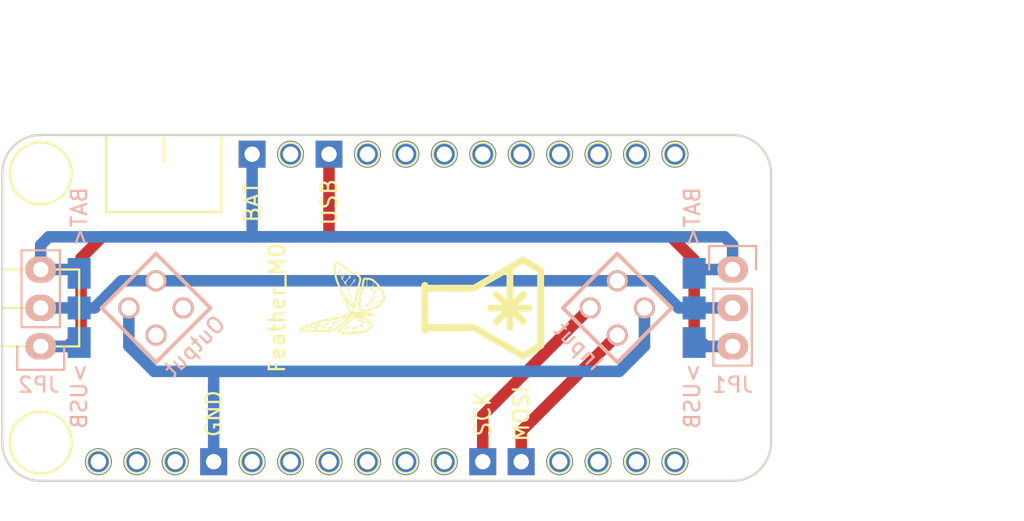
<source format=kicad_pcb>
(kicad_pcb (version 4) (host pcbnew 4.0.5-e0-6337~49~ubuntu16.04.1)

  (general
    (links 17)
    (no_connects 0)
    (area 74.774895 81.755 146.585715 117.635001)
    (thickness 1.6)
    (drawings 17)
    (tracks 44)
    (zones 0)
    (modules 9)
    (nets 7)
  )

  (page A4)
  (layers
    (0 F.Cu signal)
    (31 B.Cu signal)
    (32 B.Adhes user)
    (33 F.Adhes user)
    (34 B.Paste user)
    (35 F.Paste user)
    (36 B.SilkS user)
    (37 F.SilkS user)
    (38 B.Mask user)
    (39 F.Mask user)
    (40 Dwgs.User user)
    (41 Cmts.User user)
    (42 Eco1.User user)
    (43 Eco2.User user)
    (44 Edge.Cuts user)
    (45 Margin user)
    (46 B.CrtYd user)
    (47 F.CrtYd user)
    (48 B.Fab user)
    (49 F.Fab user)
  )

  (setup
    (last_trace_width 0.254)
    (user_trace_width 0.254)
    (user_trace_width 0.508)
    (user_trace_width 0.762)
    (trace_clearance 0.2032)
    (zone_clearance 0.508)
    (zone_45_only no)
    (trace_min 0.2)
    (segment_width 0.2)
    (edge_width 0.15)
    (via_size 0.6)
    (via_drill 0.4)
    (via_min_size 0.4)
    (via_min_drill 0.3)
    (uvia_size 0.3)
    (uvia_drill 0.1)
    (uvias_allowed no)
    (uvia_min_size 0)
    (uvia_min_drill 0)
    (pcb_text_width 0.3)
    (pcb_text_size 1.5 1.5)
    (mod_edge_width 0.15)
    (mod_text_size 1.016 1.016)
    (mod_text_width 0.1524)
    (pad_size 1.524 1.524)
    (pad_drill 0.762)
    (pad_to_mask_clearance 0.2)
    (aux_axis_origin 0 0)
    (visible_elements FFFFFF7F)
    (pcbplotparams
      (layerselection 0x010f0_80000001)
      (usegerberextensions true)
      (excludeedgelayer true)
      (linewidth 0.101600)
      (plotframeref false)
      (viasonmask false)
      (mode 1)
      (useauxorigin false)
      (hpglpennumber 1)
      (hpglpenspeed 20)
      (hpglpendiameter 15)
      (hpglpenoverlay 2)
      (psnegative false)
      (psa4output false)
      (plotreference true)
      (plotvalue true)
      (plotinvisibletext false)
      (padsonsilk false)
      (subtractmaskfromsilk true)
      (outputformat 1)
      (mirror false)
      (drillshape 0)
      (scaleselection 1)
      (outputdirectory feather_v2_gerber/))
  )

  (net 0 "")
  (net 1 /VUSB)
  (net 2 /VLED)
  (net 3 /VBAT)
  (net 4 /GND)
  (net 5 /MOSI)
  (net 6 /SCK)

  (net_class Default "This is the default net class."
    (clearance 0.2032)
    (trace_width 0.254)
    (via_dia 0.6)
    (via_drill 0.4)
    (uvia_dia 0.3)
    (uvia_drill 0.1)
  )

  (net_class 20mil ""
    (clearance 0.2032)
    (trace_width 0.508)
    (via_dia 0.6)
    (via_drill 0.4)
    (uvia_dia 0.3)
    (uvia_drill 0.1)
  )

  (net_class 30mil ""
    (clearance 0.2032)
    (trace_width 0.762)
    (via_dia 0.6)
    (via_drill 0.4)
    (uvia_dia 0.3)
    (uvia_drill 0.1)
    (add_net /GND)
    (add_net /MOSI)
    (add_net /SCK)
    (add_net /VBAT)
    (add_net /VLED)
    (add_net /VUSB)
  )

  (module feather_v2:logo_MLlabs_small (layer F.Cu) (tedit 0) (tstamp 5867F7A1)
    (at 107.95 101.6 90)
    (path /581524CC)
    (fp_text reference P1 (at 0 0 90) (layer F.SilkS) hide
      (effects (font (size 1.016 1.016) (thickness 0.1524)))
    )
    (fp_text value "Maniacal Labs" (at 0.75 0 90) (layer F.SilkS) hide
      (effects (font (size 1.016 1.016) (thickness 0.1524)))
    )
    (fp_poly (pts (xy 0.280132 -4.064859) (xy 0.46933 -4.064296) (xy 0.651803 -4.063447) (xy 0.824802 -4.062307)
      (xy 0.98558 -4.060879) (xy 1.131388 -4.059163) (xy 1.259478 -4.057157) (xy 1.367101 -4.054863)
      (xy 1.451511 -4.052281) (xy 1.509958 -4.049409) (xy 1.539694 -4.046249) (xy 1.541045 -4.045899)
      (xy 1.61465 -4.010199) (xy 1.668272 -3.957046) (xy 1.701256 -3.892418) (xy 1.712948 -3.822294)
      (xy 1.702692 -3.752654) (xy 1.669833 -3.689475) (xy 1.613717 -3.638736) (xy 1.587218 -3.624447)
      (xy 1.524819 -3.595688) (xy 1.524409 -2.113859) (xy 1.524 -0.632031) (xy 1.951194 0.108641)
      (xy 2.041737 0.265615) (xy 2.144897 0.444444) (xy 2.257416 0.639483) (xy 2.376038 0.84509)
      (xy 2.497507 1.05562) (xy 2.618568 1.265429) (xy 2.735963 1.468874) (xy 2.846437 1.660312)
      (xy 2.895756 1.74577) (xy 2.984967 1.900722) (xy 3.069309 2.047946) (xy 3.147458 2.185082)
      (xy 3.218089 2.309771) (xy 3.279877 2.419652) (xy 3.331497 2.512365) (xy 3.371624 2.585552)
      (xy 3.398934 2.636852) (xy 3.412102 2.663905) (xy 3.413125 2.667254) (xy 3.405259 2.687854)
      (xy 3.382954 2.73233) (xy 3.348145 2.797359) (xy 3.302767 2.879615) (xy 3.248756 2.975774)
      (xy 3.188047 3.082511) (xy 3.122577 3.196503) (xy 3.054279 3.314423) (xy 2.985091 3.432948)
      (xy 2.916948 3.548754) (xy 2.851784 3.658515) (xy 2.791537 3.758906) (xy 2.738141 3.846605)
      (xy 2.693532 3.918285) (xy 2.659645 3.970622) (xy 2.638416 4.000292) (xy 2.634599 4.004468)
      (xy 2.587124 4.048125) (xy -2.587125 4.048125) (xy -2.6346 4.004468) (xy -2.651394 3.982746)
      (xy -2.681461 3.937288) (xy -2.722866 3.87142) (xy -2.773675 3.788466) (xy -2.83195 3.691753)
      (xy -2.895758 3.584605) (xy -2.963162 3.470346) (xy -3.032228 3.352303) (xy -3.101019 3.2338)
      (xy -3.1676 3.118163) (xy -3.230037 3.008717) (xy -3.286392 2.908786) (xy -3.334733 2.821695)
      (xy -3.373121 2.750771) (xy -3.399623 2.699338) (xy -3.412303 2.67072) (xy -3.413126 2.666933)
      (xy -3.406861 2.651738) (xy -2.908183 2.651738) (xy -2.633492 3.127681) (xy -2.358802 3.603625)
      (xy 2.358654 3.603625) (xy 2.633694 3.126873) (xy 2.908735 2.650121) (xy 2.800627 2.464091)
      (xy 2.752108 2.380084) (xy 2.701391 2.291405) (xy 2.654699 2.208982) (xy 2.620228 2.147315)
      (xy 2.547937 2.016567) (xy 0.532125 2.016125) (xy 0.827748 2.313781) (xy 0.907725 2.394852)
      (xy 0.980741 2.469905) (xy 1.043638 2.535609) (xy 1.093257 2.588634) (xy 1.12644 2.62565)
      (xy 1.139732 2.642697) (xy 1.147043 2.68023) (xy 1.134704 2.715316) (xy 1.109692 2.75107)
      (xy 1.069306 2.795828) (xy 1.020048 2.84377) (xy 0.96842 2.889074) (xy 0.920926 2.925919)
      (xy 0.884067 2.948484) (xy 0.86948 2.95275) (xy 0.847132 2.9422) (xy 0.805787 2.910232)
      (xy 0.744908 2.856363) (xy 0.66396 2.780114) (xy 0.562408 2.681002) (xy 0.52081 2.639741)
      (xy 0.206375 2.326732) (xy 0.206375 2.761522) (xy 0.206186 2.892308) (xy 0.20548 2.995011)
      (xy 0.204051 3.073296) (xy 0.201691 3.13083) (xy 0.198191 3.171276) (xy 0.193345 3.198301)
      (xy 0.186944 3.21557) (xy 0.180102 3.225343) (xy 0.163266 3.238829) (xy 0.137807 3.247459)
      (xy 0.097181 3.252237) (xy 0.034844 3.254165) (xy -0.009246 3.254375) (xy -0.082993 3.253988)
      (xy -0.131948 3.25182) (xy -0.163068 3.24636) (xy -0.18331 3.236094) (xy -0.19963 3.219512)
      (xy -0.205947 3.211627) (xy -0.216079 3.19762) (xy -0.223883 3.181895) (xy -0.229608 3.160501)
      (xy -0.233503 3.129484) (xy -0.235815 3.084892) (xy -0.236793 3.022771) (xy -0.236686 2.93917)
      (xy -0.235741 2.830136) (xy -0.23488 2.751238) (xy -0.233664 2.63983) (xy -0.232637 2.539621)
      (xy -0.231836 2.454754) (xy -0.2313 2.389372) (xy -0.231063 2.347619) (xy -0.231154 2.333611)
      (xy -0.242126 2.344389) (xy -0.272577 2.374776) (xy -0.319606 2.421863) (xy -0.380307 2.482739)
      (xy -0.451779 2.554496) (xy -0.531118 2.634225) (xy -0.532779 2.635894) (xy -0.614205 2.716741)
      (xy -0.690054 2.790133) (xy -0.75699 2.852994) (xy -0.811678 2.902247) (xy -0.850782 2.934816)
      (xy -0.870663 2.947556) (xy -0.891093 2.948152) (xy -0.915531 2.937567) (xy -0.948775 2.912398)
      (xy -0.995625 2.869244) (xy -1.033382 2.83219) (xy -1.095633 2.767657) (xy -1.135484 2.719575)
      (xy -1.155419 2.684681) (xy -1.158875 2.667521) (xy -1.153549 2.649558) (xy -1.136229 2.622344)
      (xy -1.10491 2.583608) (xy -1.057584 2.531079) (xy -0.992243 2.462484) (xy -0.90688 2.375551)
      (xy -0.853434 2.321867) (xy -0.547993 2.016125) (xy -0.975443 2.016125) (xy -1.114762 2.016235)
      (xy -1.225588 2.015593) (xy -1.311172 2.012739) (xy -1.374762 2.006213) (xy -1.419608 1.994556)
      (xy -1.44896 1.976308) (xy -1.466068 1.950009) (xy -1.47418 1.9142) (xy -1.476546 1.86742)
      (xy -1.476417 1.808211) (xy -1.476375 1.791107) (xy -1.476751 1.729737) (xy -1.475702 1.68098)
      (xy -1.469967 1.64339) (xy -1.456283 1.615522) (xy -1.431389 1.595933) (xy -1.392023 1.583178)
      (xy -1.334922 1.575811) (xy -1.256824 1.572388) (xy -1.154468 1.571465) (xy -1.024591 1.571596)
      (xy -0.980804 1.571625) (xy -0.548733 1.571625) (xy -0.861742 1.257189) (xy -0.951102 1.166371)
      (xy -1.028596 1.085517) (xy -1.091949 1.017128) (xy -1.138886 0.963706) (xy -1.167132 0.927753)
      (xy -1.17475 0.91299) (xy -1.163254 0.886392) (xy -1.132729 0.845976) (xy -1.089124 0.797523)
      (xy -1.038387 0.746817) (xy -0.986466 0.699641) (xy -0.93931 0.661778) (xy -0.902866 0.63901)
      (xy -0.888823 0.635) (xy -0.869893 0.641738) (xy -0.838933 0.663065) (xy -0.794064 0.700648)
      (xy -0.73341 0.756153) (xy -0.655092 0.831247) (xy -0.557233 0.927597) (xy -0.540655 0.944083)
      (xy -0.230188 1.253166) (xy -0.234866 0.828775) (xy -0.236547 0.690249) (xy -0.237206 0.580203)
      (xy -0.235349 0.495374) (xy -0.229485 0.432496) (xy -0.218121 0.388302) (xy -0.199764 0.359528)
      (xy -0.172922 0.342909) (xy -0.136103 0.335179) (xy -0.087814 0.333073) (xy -0.026564 0.333325)
      (xy -0.008454 0.333375) (xy 0.071777 0.334496) (xy 0.126137 0.338371) (xy 0.160445 0.345763)
      (xy 0.180519 0.357438) (xy 0.181428 0.358321) (xy 0.188921 0.369469) (xy 0.19478 0.38854)
      (xy 0.199198 0.419092) (xy 0.202365 0.464686) (xy 0.204473 0.528878) (xy 0.205714 0.61523)
      (xy 0.206279 0.727298) (xy 0.206375 0.822142) (xy 0.206375 1.261017) (xy 0.52081 0.948008)
      (xy 0.624977 0.84524) (xy 0.709018 0.764457) (xy 0.774393 0.704357) (xy 0.822558 0.663639)
      (xy 0.854973 0.641001) (xy 0.871435 0.635) (xy 0.90364 0.64705) (xy 0.951929 0.681515)
      (xy 1.011031 0.734218) (xy 1.077277 0.800807) (xy 1.120369 0.852289) (xy 1.142644 0.892492)
      (xy 1.146437 0.925242) (xy 1.139732 0.945052) (xy 1.124448 0.964412) (xy 1.089823 1.002842)
      (xy 1.039016 1.057013) (xy 0.975186 1.123594) (xy 0.901491 1.199256) (xy 0.827748 1.273968)
      (xy 0.532125 1.571625) (xy 2.288589 1.571625) (xy 2.257294 1.520031) (xy 2.222471 1.461823)
      (xy 2.176078 1.383049) (xy 2.119623 1.286349) (xy 2.054614 1.174365) (xy 1.982559 1.049736)
      (xy 1.904966 0.915105) (xy 1.823344 0.773113) (xy 1.739201 0.6264) (xy 1.654044 0.477608)
      (xy 1.569382 0.329378) (xy 1.486723 0.184351) (xy 1.407576 0.045167) (xy 1.333448 -0.085532)
      (xy 1.265847 -0.205104) (xy 1.206282 -0.31091) (xy 1.15626 -0.400307) (xy 1.117291 -0.470655)
      (xy 1.090882 -0.519312) (xy 1.07854 -0.543639) (xy 1.077896 -0.545341) (xy 1.075786 -0.56837)
      (xy 1.073779 -0.620989) (xy 1.071895 -0.701038) (xy 1.070154 -0.806357) (xy 1.068575 -0.934788)
      (xy 1.067179 -1.08417) (xy 1.065985 -1.252344) (xy 1.065013 -1.43715) (xy 1.064282 -1.636427)
      (xy 1.063814 -1.848017) (xy 1.063627 -2.06976) (xy 1.063625 -2.099364) (xy 1.063625 -3.603625)
      (xy -1.063011 -3.603625) (xy -1.071563 -0.531813) (xy -1.415271 0.0635) (xy -1.504982 0.218868)
      (xy -1.604527 0.391244) (xy -1.709479 0.572961) (xy -1.81541 0.756356) (xy -1.917894 0.933764)
      (xy -2.012504 1.097521) (xy -2.08006 1.214437) (xy -2.225644 1.466399) (xy -2.357143 1.69405)
      (xy -2.474336 1.89701) (xy -2.577005 2.074897) (xy -2.664929 2.227331) (xy -2.73789 2.353931)
      (xy -2.795668 2.454316) (xy -2.838043 2.528107) (xy -2.864795 2.574921) (xy -2.869919 2.583962)
      (xy -2.908183 2.651738) (xy -3.406861 2.651738) (xy -3.405407 2.648214) (xy -3.383339 2.60501)
      (xy -3.348556 2.540273) (xy -3.302689 2.456953) (xy -3.247372 2.357999) (xy -3.184237 2.246362)
      (xy -3.114917 2.124993) (xy -3.070081 2.047074) (xy -2.983993 1.89789) (xy -2.891116 1.736959)
      (xy -2.795258 1.570876) (xy -2.700224 1.406236) (xy -2.609821 1.249633) (xy -2.527855 1.107663)
      (xy -2.461177 0.992187) (xy -2.389938 0.868821) (xy -2.306741 0.724738) (xy -2.2155 0.566716)
      (xy -2.12013 0.401537) (xy -2.024545 0.235979) (xy -1.932659 0.076823) (xy -1.859659 -0.049628)
      (xy -1.524 -0.631069) (xy -1.52441 -2.113378) (xy -1.52482 -3.595688) (xy -1.587219 -3.624447)
      (xy -1.652017 -3.669134) (xy -1.693317 -3.728451) (xy -1.711775 -3.796419) (xy -1.708045 -3.867059)
      (xy -1.682782 -3.934394) (xy -1.636642 -3.992443) (xy -1.570279 -4.035229) (xy -1.541046 -4.045899)
      (xy -1.514499 -4.04909) (xy -1.458952 -4.051991) (xy -1.377153 -4.054604) (xy -1.271849 -4.056929)
      (xy -1.145789 -4.058965) (xy -1.001721 -4.060712) (xy -0.842394 -4.06217) (xy -0.670554 -4.06334)
      (xy -0.488951 -4.06422) (xy -0.300333 -4.064813) (xy -0.107448 -4.065117) (xy 0.086957 -4.065132)
      (xy 0.280132 -4.064859)) (layer F.SilkS) (width 0.01))
  )

  (module feather_v2:logo_wyo_butterfly_small (layer F.Cu) (tedit 56C5FE9E) (tstamp 5867F7CC)
    (at 99.187 101.6 45)
    (path /58152670)
    (fp_text reference P10 (at 0 -2 45) (layer F.SilkS) hide
      (effects (font (size 1.016 1.016) (thickness 0.1524)))
    )
    (fp_text value WyoLum (at 0 1.5 45) (layer F.SilkS) hide
      (effects (font (size 1.016 1.016) (thickness 0.1524)))
    )
    (fp_poly (pts (xy -1.480038 0.476685) (xy -1.377462 0.490389) (xy -1.319692 0.496512) (xy -1.230035 0.502992)
      (xy -1.115672 0.509451) (xy -0.983787 0.515515) (xy -0.841562 0.520808) (xy -0.736349 0.523942)
      (xy -0.232005 0.537308) (xy -0.120887 0.648117) (xy -0.053751 0.714279) (xy 0.027382 0.793091)
      (xy 0.107999 0.870481) (xy 0.131001 0.892348) (xy 0.271772 1.025769) (xy 0.285182 1.344136)
      (xy 0.289985 1.462552) (xy 0.292402 1.549902) (xy 0.291709 1.61416) (xy 0.28718 1.663303)
      (xy 0.278089 1.705305) (xy 0.263713 1.74814) (xy 0.243882 1.798405) (xy 0.220112 1.857051)
      (xy 0.199339 1.897043) (xy 0.17421 1.921028) (xy 0.137374 1.93165) (xy 0.081479 1.931555)
      (xy -0.000828 1.923389) (xy -0.078154 1.91428) (xy -0.162012 1.902378) (xy -0.24532 1.887271)
      (xy -0.293077 1.876455) (xy -0.366741 1.857272) (xy -0.439697 1.838319) (xy -0.454898 1.834378)
      (xy -0.51466 1.807217) (xy -0.590953 1.754533) (xy -0.65965 1.696647) (xy -0.664934 1.692158)
      (xy -0.461757 1.692158) (xy -0.460989 1.694755) (xy -0.433376 1.707385) (xy -0.376785 1.724064)
      (xy -0.300835 1.742728) (xy -0.215145 1.761316) (xy -0.129334 1.777764) (xy -0.05302 1.790009)
      (xy 0.004178 1.795989) (xy 0.012283 1.79625) (xy 0.072181 1.795229) (xy 0.105834 1.785988)
      (xy 0.126023 1.762242) (xy 0.138818 1.734039) (xy 0.16346 1.654062) (xy 0.163456 1.582445)
      (xy 0.136621 1.509445) (xy 0.080773 1.425317) (xy 0.065175 1.405351) (xy 0.01058 1.340067)
      (xy -0.030399 1.300885) (xy -0.065822 1.281391) (xy -0.097975 1.275483) (xy -0.16043 1.278455)
      (xy -0.204362 1.294046) (xy -0.222259 1.318167) (xy -0.214503 1.338891) (xy -0.200988 1.3737)
      (xy -0.222203 1.397766) (xy -0.274336 1.406769) (xy -0.274446 1.406769) (xy -0.305105 1.410276)
      (xy -0.329991 1.425595) (xy -0.355696 1.459926) (xy -0.388817 1.52047) (xy -0.401547 1.545541)
      (xy -0.432969 1.611569) (xy -0.454233 1.66344) (xy -0.461757 1.692158) (xy -0.664934 1.692158)
      (xy -0.740538 1.627937) (xy -0.836605 1.553049) (xy -0.929625 1.486077) (xy -0.947214 1.47424)
      (xy -1.051029 1.398363) (xy -1.161895 1.302846) (xy -1.236292 1.230267) (xy -1.040176 1.230267)
      (xy -1.02642 1.249715) (xy -1.02315 1.253356) (xy -0.993942 1.279443) (xy -0.940759 1.321466)
      (xy -0.871762 1.37313) (xy -0.811343 1.416693) (xy -0.732294 1.474431) (xy -0.659534 1.530613)
      (xy -0.602585 1.577723) (xy -0.576539 1.601993) (xy -0.536493 1.638818) (xy -0.504986 1.659282)
      (xy -0.498769 1.660769) (xy -0.480193 1.64448) (xy -0.451386 1.60159) (xy -0.418303 1.541063)
      (xy -0.415468 1.53536) (xy -0.383854 1.468217) (xy -0.369337 1.426539) (xy -0.369969 1.401668)
      (xy -0.381967 1.386429) (xy -0.406244 1.353346) (xy -0.406871 1.350712) (xy -0.349366 1.350712)
      (xy -0.334562 1.36655) (xy -0.331606 1.368444) (xy -0.292165 1.38583) (xy -0.268007 1.374031)
      (xy -0.264604 1.369042) (xy -0.265454 1.345783) (xy -0.291579 1.333314) (xy -0.327657 1.337704)
      (xy -0.349366 1.350712) (xy -0.406871 1.350712) (xy -0.410308 1.336274) (xy -0.427214 1.312403)
      (xy -0.471056 1.281742) (xy -0.531521 1.249308) (xy -0.598297 1.220121) (xy -0.661069 1.199198)
      (xy -0.707712 1.191547) (xy -0.760464 1.186492) (xy -0.797809 1.174743) (xy -0.797974 1.174639)
      (xy -0.831838 1.169867) (xy -0.891573 1.176728) (xy -0.940322 1.187287) (xy -1.003342 1.204012)
      (xy -1.034555 1.216686) (xy -1.040176 1.230267) (xy -1.236292 1.230267) (xy -1.283876 1.183846)
      (xy -1.421035 1.037518) (xy -1.488961 0.961536) (xy -1.570759 0.856028) (xy -1.596577 0.807858)
      (xy -1.437796 0.807858) (xy -1.43599 0.821723) (xy -1.432624 0.828173) (xy -1.406994 0.86276)
      (xy -1.361924 0.9133) (xy -1.304068 0.973363) (xy -1.240078 1.036519) (xy -1.176609 1.096337)
      (xy -1.120314 1.146388) (xy -1.077847 1.18024) (xy -1.056635 1.19155) (xy -1.019132 1.185909)
      (xy -0.963553 1.172215) (xy -0.946072 1.167127) (xy -0.887993 1.144473) (xy -0.868644 1.133231)
      (xy -0.781538 1.133231) (xy -0.764818 1.147918) (xy -0.732692 1.152769) (xy -0.695974 1.146081)
      (xy -0.683846 1.133231) (xy -0.700567 1.118543) (xy -0.732692 1.113692) (xy -0.769411 1.120381)
      (xy -0.781538 1.133231) (xy -0.868644 1.133231) (xy -0.842699 1.118158) (xy -0.835172 1.11165)
      (xy -0.821965 1.093755) (xy -0.823325 1.073833) (xy -0.843266 1.044794) (xy -0.885805 0.999554)
      (xy -0.915436 0.969996) (xy -0.989886 0.902756) (xy -1.046071 0.866954) (xy -1.076159 0.859692)
      (xy -1.121282 0.852694) (xy -1.144403 0.840705) (xy -1.172078 0.82973) (xy -1.227375 0.818458)
      (xy -1.298921 0.80915) (xy -1.307299 0.808342) (xy -1.363895 0.803635) (xy -1.111366 0.803635)
      (xy -1.096562 0.819473) (xy -1.093606 0.821367) (xy -1.05282 0.838) (xy -1.023049 0.835003)
      (xy -1.016 0.821769) (xy -1.03187 0.794176) (xy -1.069016 0.785868) (xy -1.089657 0.790628)
      (xy -1.111366 0.803635) (xy -1.363895 0.803635) (xy -1.38038 0.802264) (xy -1.42157 0.801737)
      (xy -1.437796 0.807858) (xy -1.596577 0.807858) (xy -1.629284 0.746838) (xy -1.650108 0.694321)
      (xy -1.677293 0.611124) (xy -1.535945 0.611124) (xy -1.535508 0.634291) (xy -1.520251 0.678275)
      (xy -1.511488 0.697385) (xy -1.491309 0.735679) (xy -1.470299 0.75878) (xy -1.438028 0.771757)
      (xy -1.384068 0.779677) (xy -1.332107 0.784542) (xy -1.234778 0.7892) (xy -1.168681 0.782372)
      (xy -1.141138 0.772452) (xy -1.077603 0.757079) (xy -1.030184 0.760636) (xy -0.985609 0.775799)
      (xy -0.968744 0.803335) (xy -0.967154 0.825594) (xy -0.953277 0.866941) (xy -0.917523 0.921031)
      (xy -0.868706 0.978326) (xy -0.815642 1.029287) (xy -0.767144 1.064376) (xy -0.737027 1.074616)
      (xy -0.687598 1.083877) (xy -0.648096 1.106312) (xy -0.630886 1.133896) (xy -0.632168 1.142666)
      (xy -0.621834 1.165464) (xy -0.583653 1.196097) (xy -0.526795 1.229878) (xy -0.46043 1.262124)
      (xy -0.393729 1.28815) (xy -0.335861 1.30327) (xy -0.313871 1.305278) (xy -0.260182 1.300005)
      (xy -0.222118 1.286997) (xy -0.219808 1.285301) (xy -0.1991 1.250112) (xy -0.195385 1.226702)
      (xy -0.195242 1.22639) (xy -0.128678 1.22639) (xy -0.126166 1.232273) (xy -0.097317 1.249114)
      (xy -0.062132 1.243942) (xy -0.050112 1.232971) (xy -0.054788 1.213877) (xy -0.081245 1.200305)
      (xy -0.112239 1.199748) (xy -0.119313 1.202902) (xy -0.128678 1.22639) (xy -0.195242 1.22639)
      (xy -0.178563 1.190183) (xy -0.156308 1.177969) (xy -0.129855 1.157333) (xy -0.119205 1.128388)
      (xy -0.098622 1.128388) (xy -0.082246 1.162312) (xy -0.053731 1.175834) (xy -0.018442 1.193231)
      (xy -0.003399 1.238048) (xy -0.003239 1.239412) (xy 0.012725 1.286511) (xy 0.046725 1.345985)
      (xy 0.074915 1.384301) (xy 0.146538 1.471855) (xy 0.152341 1.328794) (xy 0.153927 1.255176)
      (xy 0.152666 1.195439) (xy 0.148838 1.161642) (xy 0.148408 1.160365) (xy 0.121798 1.131396)
      (xy 0.071903 1.101107) (xy 0.013655 1.076325) (xy -0.038012 1.063879) (xy -0.059727 1.065199)
      (xy -0.091404 1.090679) (xy -0.098622 1.128388) (xy -0.119205 1.128388) (xy -0.117175 1.122871)
      (xy -0.120297 1.09013) (xy -0.141255 1.074657) (xy -0.142804 1.074616) (xy -0.177973 1.063801)
      (xy -0.205567 1.047422) (xy -0.230473 1.022325) (xy -0.228663 1.016) (xy -0.166077 1.016)
      (xy -0.138519 1.032414) (xy -0.116078 1.035539) (xy -0.08496 1.027134) (xy -0.078154 1.016)
      (xy -0.094909 1.001437) (xy -0.128153 0.996462) (xy -0.161396 1.002664) (xy -0.166077 1.016)
      (xy -0.228663 1.016) (xy -0.223302 0.997267) (xy -0.216678 0.988807) (xy -0.171421 0.961663)
      (xy -0.112723 0.960666) (xy -0.055095 0.984659) (xy -0.033259 1.003429) (xy 0.009859 1.041063)
      (xy 0.061565 1.074895) (xy 0.110522 1.098827) (xy 0.145396 1.10676) (xy 0.153221 1.103753)
      (xy 0.144145 1.086778) (xy 0.110758 1.04822) (xy 0.05759 0.992864) (xy -0.010828 0.925493)
      (xy -0.058121 0.880537) (xy -0.282283 0.670141) (xy -0.663796 0.657415) (xy -0.803132 0.651938)
      (xy -0.948802 0.644783) (xy -1.088741 0.636638) (xy -1.210887 0.628192) (xy -1.284688 0.621968)
      (xy -1.37736 0.614171) (xy -1.455344 0.609493) (xy -1.510731 0.608276) (xy -1.535614 0.61086)
      (xy -1.535945 0.611124) (xy -1.677293 0.611124) (xy -1.678796 0.606526) (xy -1.689192 0.542722)
      (xy -1.677905 0.500372) (xy -1.641544 0.47694) (xy -1.576719 0.469889) (xy -1.480038 0.476685)) (layer F.SilkS) (width 0.01))
    (fp_poly (pts (xy 1.444483 -2.792004) (xy 1.506843 -2.77332) (xy 1.548091 -2.749744) (xy 1.582154 -2.710509)
      (xy 1.612858 -2.661836) (xy 1.639138 -2.615453) (xy 1.657228 -2.573727) (xy 1.669184 -2.527045)
      (xy 1.677065 -2.465792) (xy 1.682927 -2.380353) (xy 1.68602 -2.319913) (xy 1.694825 -2.184033)
      (xy 1.708393 -2.062347) (xy 1.728794 -1.944959) (xy 1.758095 -1.821975) (xy 1.798366 -1.6835)
      (xy 1.851674 -1.519639) (xy 1.855973 -1.506883) (xy 1.90687 -1.344883) (xy 1.939548 -1.211899)
      (xy 1.954579 -1.102683) (xy 1.952539 -1.01199) (xy 1.934001 -0.934575) (xy 1.921789 -0.905504)
      (xy 1.89698 -0.862797) (xy 1.861981 -0.82265) (xy 1.811363 -0.780942) (xy 1.739691 -0.733551)
      (xy 1.641536 -0.676354) (xy 1.562311 -0.632699) (xy 1.453424 -0.572183) (xy 1.34718 -0.510034)
      (xy 1.237848 -0.442547) (xy 1.119696 -0.366018) (xy 0.986992 -0.276742) (xy 0.834006 -0.171013)
      (xy 0.673034 -0.057877) (xy 0.545278 0.031383) (xy 0.443087 0.100093) (xy 0.361032 0.151498)
      (xy 0.29368 0.188844) (xy 0.2356 0.215374) (xy 0.186484 0.232773) (xy 0.120495 0.25231)
      (xy 0.071279 0.265285) (xy 0.048556 0.269158) (xy 0.048105 0.268937) (xy 0.04954 0.248958)
      (xy 0.056269 0.196474) (xy 0.067432 0.117568) (xy 0.071945 0.08717) (xy 0.196969 0.08717)
      (xy 0.202283 0.09117) (xy 0.219811 0.068385) (xy 0.235988 0.041051) (xy 0.26738 -0.016037)
      (xy 0.311324 -0.097886) (xy 0.365159 -0.199502) (xy 0.426222 -0.315892) (xy 0.490161 -0.438796)
      (xy 0.555046 -0.565067) (xy 0.614111 -0.681995) (xy 0.664874 -0.784505) (xy 0.704852 -0.867523)
      (xy 0.731562 -0.925975) (xy 0.742462 -0.954475) (xy 0.755137 -0.979942) (xy 0.80533 -0.979942)
      (xy 0.811101 -0.960529) (xy 0.8314 -0.960403) (xy 0.865666 -0.979142) (xy 0.874977 -0.993443)
      (xy 0.869206 -1.012855) (xy 0.848908 -1.012981) (xy 0.814641 -0.994242) (xy 0.80533 -0.979942)
      (xy 0.755137 -0.979942) (xy 0.765327 -1.000416) (xy 0.791308 -1.02368) (xy 0.822826 -1.043865)
      (xy 0.843755 -1.06857) (xy 0.859003 -1.107855) (xy 0.87348 -1.171786) (xy 0.879932 -1.20533)
      (xy 0.891708 -1.280059) (xy 0.892365 -1.326685) (xy 0.881918 -1.354562) (xy 0.880169 -1.356792)
      (xy 0.869151 -1.383896) (xy 0.876043 -1.395449) (xy 0.920581 -1.395449) (xy 0.928897 -1.38867)
      (xy 0.951347 -1.387852) (xy 0.990333 -1.394754) (xy 1.005396 -1.405419) (xy 1.00803 -1.428182)
      (xy 0.986374 -1.434218) (xy 0.952431 -1.421296) (xy 0.945609 -1.416534) (xy 0.920581 -1.395449)
      (xy 0.876043 -1.395449) (xy 0.887585 -1.414794) (xy 0.895869 -1.423407) (xy 0.913658 -1.452697)
      (xy 1.394184 -1.452697) (xy 1.414436 -1.446007) (xy 1.423915 -1.445846) (xy 1.457604 -1.457513)
      (xy 1.465385 -1.475154) (xy 1.456106 -1.501173) (xy 1.448238 -1.504461) (xy 1.422775 -1.491094)
      (xy 1.406769 -1.475154) (xy 1.394184 -1.452697) (xy 0.913658 -1.452697) (xy 0.920455 -1.463888)
      (xy 0.941091 -1.525239) (xy 0.955483 -1.59471) (xy 0.961336 -1.659553) (xy 0.956357 -1.707017)
      (xy 0.949253 -1.720083) (xy 0.943722 -1.743778) (xy 0.94527 -1.745774) (xy 1.003415 -1.745774)
      (xy 1.023667 -1.739084) (xy 1.033146 -1.738923) (xy 1.066835 -1.75059) (xy 1.074615 -1.768231)
      (xy 1.065337 -1.79425) (xy 1.057469 -1.797538) (xy 1.032006 -1.784171) (xy 1.016 -1.768231)
      (xy 1.003415 -1.745774) (xy 0.94527 -1.745774) (xy 0.969747 -1.777321) (xy 0.981549 -1.787969)
      (xy 1.014869 -1.829893) (xy 1.053333 -1.897433) (xy 1.09163 -1.97855) (xy 1.12445 -2.061207)
      (xy 1.14648 -2.133367) (xy 1.152769 -2.176019) (xy 1.170532 -2.230403) (xy 1.235177 -2.230403)
      (xy 1.240947 -2.210991) (xy 1.261246 -2.210865) (xy 1.295512 -2.229604) (xy 1.304823 -2.243904)
      (xy 1.299052 -2.263317) (xy 1.278754 -2.263443) (xy 1.244488 -2.244704) (xy 1.235177 -2.230403)
      (xy 1.170532 -2.230403) (xy 1.170947 -2.231672) (xy 1.221039 -2.274984) (xy 1.285635 -2.297919)
      (xy 1.333119 -2.301585) (xy 1.356592 -2.285328) (xy 1.359808 -2.278364) (xy 1.358071 -2.234855)
      (xy 1.320049 -2.196426) (xy 1.250719 -2.166538) (xy 1.213634 -2.153015) (xy 1.186831 -2.133353)
      (xy 1.163914 -2.09904) (xy 1.13849 -2.041567) (xy 1.11883 -1.991007) (xy 1.060201 -1.837425)
      (xy 1.12503 -1.825263) (xy 1.177374 -1.823467) (xy 1.182472 -1.824875) (xy 1.312221 -1.824875)
      (xy 1.324466 -1.817534) (xy 1.342814 -1.817077) (xy 1.381536 -1.824607) (xy 1.396166 -1.835265)
      (xy 1.398095 -1.858596) (xy 1.376616 -1.867484) (xy 1.345664 -1.858999) (xy 1.332323 -1.848696)
      (xy 1.312221 -1.824875) (xy 1.182472 -1.824875) (xy 1.237371 -1.840037) (xy 1.298198 -1.867958)
      (xy 1.362176 -1.897835) (xy 1.401841 -1.908779) (xy 1.425868 -1.902806) (xy 1.430638 -1.898716)
      (xy 1.442678 -1.866007) (xy 1.425685 -1.831477) (xy 1.388786 -1.801727) (xy 1.341106 -1.783359)
      (xy 1.291772 -1.782973) (xy 1.277171 -1.787706) (xy 1.221055 -1.799244) (xy 1.165947 -1.791857)
      (xy 1.128721 -1.768142) (xy 1.126351 -1.764489) (xy 1.097972 -1.737706) (xy 1.050413 -1.710613)
      (xy 1.043312 -1.707522) (xy 0.997724 -1.682561) (xy 0.97932 -1.650105) (xy 0.976656 -1.616545)
      (xy 0.973141 -1.558456) (xy 0.965703 -1.513533) (xy 0.963364 -1.491358) (xy 0.974372 -1.476431)
      (xy 1.004598 -1.467376) (xy 1.059911 -1.462818) (xy 1.146184 -1.461378) (xy 1.188235 -1.461363)
      (xy 1.280388 -1.465299) (xy 1.339354 -1.477284) (xy 1.364081 -1.491294) (xy 1.414518 -1.523858)
      (xy 1.465284 -1.537018) (xy 1.504381 -1.529053) (xy 1.517307 -1.51326) (xy 1.514594 -1.474805)
      (xy 1.484375 -1.440731) (xy 1.438202 -1.416555) (xy 1.38763 -1.40779) (xy 1.344212 -1.419953)
      (xy 1.336016 -1.426723) (xy 1.305694 -1.435277) (xy 1.249971 -1.435002) (xy 1.181067 -1.427636)
      (xy 1.111202 -1.414917) (xy 1.052597 -1.398582) (xy 1.018848 -1.381616) (xy 0.977262 -1.353356)
      (xy 0.95501 -1.342931) (xy 0.930608 -1.314505) (xy 0.90852 -1.247478) (xy 0.898882 -1.202214)
      (xy 0.886705 -1.132327) (xy 0.883631 -1.090167) (xy 0.890469 -1.065275) (xy 0.908025 -1.047192)
      (xy 0.911026 -1.04488) (xy 0.94807 -1.025938) (xy 0.969244 -1.024634) (xy 0.997326 -1.02941)
      (xy 1.054345 -1.035867) (xy 1.130258 -1.042929) (xy 1.170145 -1.046192) (xy 1.275339 -1.057492)
      (xy 1.287892 -1.060176) (xy 1.430078 -1.060176) (xy 1.446357 -1.055847) (xy 1.464789 -1.058085)
      (xy 1.503866 -1.07246) (xy 1.519213 -1.089269) (xy 1.514644 -1.109837) (xy 1.489795 -1.111606)
      (xy 1.457958 -1.095775) (xy 1.444289 -1.082508) (xy 1.430078 -1.060176) (xy 1.287892 -1.060176)
      (xy 1.347304 -1.072879) (xy 1.391788 -1.093617) (xy 1.394289 -1.095512) (xy 1.447389 -1.127263)
      (xy 1.491168 -1.143861) (xy 1.537889 -1.143765) (xy 1.559609 -1.120703) (xy 1.55295 -1.084256)
      (xy 1.523879 -1.05105) (xy 1.486271 -1.028568) (xy 1.439956 -1.021485) (xy 1.378967 -1.025988)
      (xy 1.302885 -1.03001) (xy 1.212162 -1.027154) (xy 1.116944 -1.018672) (xy 1.027379 -1.005818)
      (xy 0.953614 -0.989846) (xy 0.905795 -0.972008) (xy 0.898151 -0.966594) (xy 0.852486 -0.937545)
      (xy 0.811095 -0.92147) (xy 0.793008 -0.91305) (xy 0.77274 -0.894778) (xy 0.747964 -0.862877)
      (xy 0.71635 -0.813569) (xy 0.675571 -0.743076) (xy 0.623297 -0.647621) (xy 0.5572 -0.523426)
      (xy 0.507719 -0.42931) (xy 0.442668 -0.304341) (xy 0.384515 -0.190946) (xy 0.335498 -0.093624)
      (xy 0.297851 -0.016873) (xy 0.273811 0.034811) (xy 0.265614 0.056929) (xy 0.265757 0.057347)
      (xy 0.284203 0.050382) (xy 0.327432 0.024842) (xy 0.388534 -0.014989) (xy 0.444918 -0.053756)
      (xy 0.632972 -0.1844) (xy 0.817976 -0.310327) (xy 0.994942 -0.428278) (xy 1.158883 -0.534993)
      (xy 1.304812 -0.627212) (xy 1.427739 -0.701676) (xy 1.496145 -0.740781) (xy 1.585028 -0.79206)
      (xy 1.666369 -0.843037) (xy 1.731079 -0.88776) (xy 1.769683 -0.919874) (xy 1.806294 -0.971674)
      (xy 1.825726 -1.035848) (xy 1.82769 -1.116908) (xy 1.811895 -1.219365) (xy 1.778052 -1.347732)
      (xy 1.733382 -1.484923) (xy 1.679047 -1.648901) (xy 1.638291 -1.790249) (xy 1.608393 -1.92185)
      (xy 1.58663 -2.05659) (xy 1.570282 -2.207352) (xy 1.563591 -2.288776) (xy 1.554733 -2.396298)
      (xy 1.546136 -2.472813) (xy 1.536068 -2.526341) (xy 1.522795 -2.564901) (xy 1.504586 -2.596513)
      (xy 1.49396 -2.611082) (xy 1.44913 -2.655237) (xy 1.399388 -2.674311) (xy 1.343119 -2.666995)
      (xy 1.278706 -2.631979) (xy 1.204536 -2.567954) (xy 1.118993 -2.473611) (xy 1.020462 -2.347641)
      (xy 0.907328 -2.188735) (xy 0.827798 -2.071077) (xy 0.77843 -1.987801) (xy 0.721402 -1.874415)
      (xy 0.655696 -1.728726) (xy 0.580292 -1.548542) (xy 0.550714 -1.475154) (xy 0.371133 -1.025769)
      (xy 0.292702 -0.517769) (xy 0.271101 -0.378363) (xy 0.250915 -0.249039) (xy 0.233068 -0.135643)
      (xy 0.218485 -0.044022) (xy 0.208089 0.01998) (xy 0.203131 0.048846) (xy 0.196969 0.08717)
      (xy 0.071945 0.08717) (xy 0.082168 0.018326) (xy 0.099614 -0.09517) (xy 0.099981 -0.097522)
      (xy 0.117464 -0.212287) (xy 0.132107 -0.313936) (xy 0.143059 -0.396108) (xy 0.149475 -0.452438)
      (xy 0.150505 -0.476562) (xy 0.150503 -0.476569) (xy 0.138361 -0.470708) (xy 0.11151 -0.437594)
      (xy 0.074252 -0.384113) (xy 0.030888 -0.317155) (xy -0.014279 -0.243606) (xy -0.05695 -0.170355)
      (xy -0.092823 -0.104289) (xy -0.117595 -0.052295) (xy -0.122714 -0.039077) (xy -0.144197 0.031977)
      (xy -0.16022 0.102021) (xy -0.163058 0.119673) (xy -0.166789 0.166446) (xy -0.156462 0.186264)
      (xy -0.125675 0.190494) (xy -0.123153 0.1905) (xy -0.074856 0.202142) (xy -0.048042 0.240268)
      (xy -0.039387 0.309678) (xy -0.039376 0.311417) (xy -0.035678 0.346333) (xy -0.021274 0.379202)
      (xy 0.009316 0.417549) (xy 0.061572 0.468898) (xy 0.102577 0.50635) (xy 0.230082 0.623718)
      (xy 0.335814 0.727345) (xy 0.42901 0.82726) (xy 0.51891 0.933494) (xy 0.614755 1.056079)
      (xy 0.64133 1.091258) (xy 0.710713 1.184349) (xy 0.759562 1.252764) (xy 0.791265 1.302726)
      (xy 0.809208 1.340459) (xy 0.816778 1.372186) (xy 0.817361 1.404131) (xy 0.816757 1.413642)
      (xy 0.809731 1.466106) (xy 0.794034 1.4909) (xy 0.762403 1.499408) (xy 0.762 1.499447)
      (xy 0.70928 1.494934) (xy 0.677781 1.483162) (xy 0.654325 1.45947) (xy 0.615199 1.409547)
      (xy 0.565489 1.340271) (xy 0.510278 1.258519) (xy 0.499531 1.242058) (xy 0.433078 1.14258)
      (xy 0.377055 1.067267) (xy 0.322745 1.006222) (xy 0.261429 0.949548) (xy 0.19298 0.894046)
      (xy 0.085583 0.805486) (xy -0.015062 0.713932) (xy -0.103357 0.625158) (xy -0.173702 0.544941)
      (xy -0.220499 0.479055) (xy -0.232655 0.454959) (xy -0.251456 0.414682) (xy -0.267287 0.406067)
      (xy -0.289677 0.423655) (xy -0.304499 0.434482) (xy -0.327534 0.442059) (xy -0.364224 0.446616)
      (xy -0.420012 0.448388) (xy -0.500343 0.447606) (xy -0.610657 0.444501) (xy -0.702785 0.441285)
      (xy -0.851464 0.435144) (xy -1.015331 0.427159) (xy -1.179425 0.418135) (xy -1.328788 0.408877)
      (xy -1.408167 0.403318) (xy -1.556776 0.390912) (xy -1.67507 0.375866) (xy -1.771258 0.35427)
      (xy -1.853549 0.322215) (xy -1.930153 0.275793) (xy -2.009277 0.211096) (xy -2.099131 0.124214)
      (xy -2.188308 0.031857) (xy -2.25674 -0.039207) (xy -2.347761 -0.132571) (xy -2.45622 -0.243012)
      (xy -2.576966 -0.365309) (xy -2.704846 -0.49424) (xy -2.83471 -0.624584) (xy -2.922741 -0.712577)
      (xy -3.066156 -0.856374) (xy -3.18321 -0.975411) (xy -3.275877 -1.071837) (xy -3.346133 -1.147802)
      (xy -3.39595 -1.205455) (xy -3.415717 -1.231614) (xy -3.252804 -1.231614) (xy -2.774287 -0.746666)
      (xy -2.651531 -0.622057) (xy -2.528214 -0.496507) (xy -2.409405 -0.375201) (xy -2.300169 -0.263325)
      (xy -2.205573 -0.166064) (xy -2.130685 -0.088603) (xy -2.100385 -0.057002) (xy -2.000707 0.045364)
      (xy -1.917419 0.123133) (xy -1.842151 0.180158) (xy -1.76653 0.220294) (xy -1.682187 0.247393)
      (xy -1.580749 0.265308) (xy -1.453846 0.277894) (xy -1.357923 0.284762) (xy -1.235379 0.292224)
      (xy -1.108884 0.298658) (xy -0.984194 0.303912) (xy -0.86707 0.307835) (xy -0.763268 0.310273)
      (xy -0.678547 0.311076) (xy -0.618665 0.310089) (xy -0.589381 0.307163) (xy -0.587782 0.305113)
      (xy -0.617745 0.287561) (xy -0.677043 0.260335) (xy -0.758015 0.226347) (xy -0.853001 0.188511)
      (xy -0.954341 0.149739) (xy -1.054376 0.112944) (xy -1.145445 0.081037) (xy -1.219888 0.056933)
      (xy -1.270045 0.043543) (xy -1.279769 0.041991) (xy -1.356889 0.036768) (xy -1.454363 0.033916)
      (xy -1.561412 0.03333) (xy -1.667253 0.034905) (xy -1.761106 0.038533) (xy -1.832189 0.044109)
      (xy -1.856154 0.047659) (xy -1.917444 0.05057) (xy -1.962971 0.036198) (xy -1.985255 0.009413)
      (xy -1.982941 0) (xy -1.934308 0) (xy -1.917587 0.014688) (xy -1.885462 0.019539)
      (xy -1.848743 0.01285) (xy -1.836615 0) (xy -1.843098 -0.005695) (xy -1.340205 -0.005695)
      (xy -1.33755 0.00135) (xy -1.313338 0.017177) (xy -1.283953 0.016947) (xy -1.27 0.001153)
      (xy -1.285445 -0.026088) (xy -1.317347 -0.033553) (xy -1.328934 -0.029111) (xy -1.340205 -0.005695)
      (xy -1.843098 -0.005695) (xy -1.853336 -0.014687) (xy -1.885462 -0.019538) (xy -1.92218 -0.01285)
      (xy -1.934308 0) (xy -1.982941 0) (xy -1.976814 -0.024914) (xy -1.973733 -0.028887)
      (xy -1.942468 -0.050791) (xy -1.894499 -0.051649) (xy -1.876779 -0.048648) (xy -1.81678 -0.040061)
      (xy -1.739857 -0.033155) (xy -1.654801 -0.028182) (xy -1.570407 -0.025393) (xy -1.495468 -0.025037)
      (xy -1.438778 -0.027366) (xy -1.40913 -0.032632) (xy -1.406769 -0.035238) (xy -1.422266 -0.054254)
      (xy -1.463362 -0.087161) (xy -1.521966 -0.128759) (xy -1.589986 -0.173848) (xy -1.659331 -0.217229)
      (xy -1.72191 -0.253701) (xy -1.769631 -0.278065) (xy -1.794403 -0.285122) (xy -1.795122 -0.284801)
      (xy -1.823853 -0.283553) (xy -1.873883 -0.294311) (xy -1.898818 -0.302211) (xy -1.985736 -0.326222)
      (xy -2.047732 -0.329812) (xy -2.080762 -0.312751) (xy -2.080846 -0.312615) (xy -2.108465 -0.298508)
      (xy -2.157434 -0.29338) (xy -2.210882 -0.29807) (xy -2.235556 -0.304936) (xy -2.261111 -0.329612)
      (xy -2.263622 -0.354679) (xy -2.207846 -0.354679) (xy -2.19181 -0.331065) (xy -2.15771 -0.318692)
      (xy -2.142881 -0.319617) (xy -2.128493 -0.337564) (xy -1.887735 -0.337564) (xy -1.885547 -0.332292)
      (xy -1.860813 -0.316686) (xy -1.826189 -0.313431) (xy -1.800828 -0.322808) (xy -1.797538 -0.331001)
      (xy -1.811789 -0.35732) (xy -1.818013 -0.36204) (xy -1.848951 -0.367845) (xy -1.877679 -0.357269)
      (xy -1.887735 -0.337564) (xy -2.128493 -0.337564) (xy -2.127625 -0.338646) (xy -2.127453 -0.342411)
      (xy -2.142502 -0.359563) (xy -2.173367 -0.368) (xy -2.200862 -0.364795) (xy -2.207846 -0.354679)
      (xy -2.263622 -0.354679) (xy -2.264523 -0.363667) (xy -2.24644 -0.389558) (xy -2.232269 -0.393808)
      (xy -2.165332 -0.393829) (xy -2.108865 -0.383655) (xy -2.081823 -0.369904) (xy -2.049041 -0.356012)
      (xy -2.002193 -0.352279) (xy -1.960653 -0.35883) (xy -1.945442 -0.369023) (xy -1.954562 -0.388273)
      (xy -1.988851 -0.422184) (xy -2.040269 -0.464821) (xy -2.100775 -0.51025) (xy -2.16233 -0.552536)
      (xy -2.216892 -0.585746) (xy -2.256422 -0.603945) (xy -2.266109 -0.605692) (xy -2.315759 -0.616054)
      (xy -2.343788 -0.629248) (xy -2.378055 -0.641821) (xy -2.410777 -0.6259) (xy -2.420895 -0.617158)
      (xy -2.465755 -0.59607) (xy -2.522513 -0.592749) (xy -2.575658 -0.605501) (xy -2.609682 -0.632634)
      (xy -2.612259 -0.63805) (xy -2.611967 -0.644769) (xy -2.559538 -0.644769) (xy -2.542818 -0.630082)
      (xy -2.510692 -0.625231) (xy -2.473974 -0.631919) (xy -2.461846 -0.644769) (xy -2.478567 -0.659457)
      (xy -2.510692 -0.664308) (xy -2.547411 -0.657619) (xy -2.559538 -0.644769) (xy -2.611967 -0.644769)
      (xy -2.610987 -0.667295) (xy -2.305538 -0.667295) (xy -2.289502 -0.64368) (xy -2.255403 -0.631307)
      (xy -2.240573 -0.632232) (xy -2.225318 -0.651261) (xy -2.225145 -0.655027) (xy -2.240194 -0.672178)
      (xy -2.271059 -0.680615) (xy -2.298554 -0.677411) (xy -2.305538 -0.667295) (xy -2.610987 -0.667295)
      (xy -2.610762 -0.672454) (xy -2.578461 -0.692322) (xy -2.521221 -0.696626) (xy -2.444905 -0.684338)
      (xy -2.408115 -0.673835) (xy -2.372589 -0.669983) (xy -2.364154 -0.681322) (xy -2.381017 -0.702418)
      (xy -2.425119 -0.731593) (xy -2.486726 -0.764269) (xy -2.556107 -0.795868) (xy -2.62353 -0.821814)
      (xy -2.679261 -0.837529) (xy -2.701855 -0.840154) (xy -2.759121 -0.848232) (xy -2.804182 -0.867347)
      (xy -2.829089 -0.892444) (xy -2.827279 -0.898769) (xy -2.774462 -0.898769) (xy -2.757741 -0.884082)
      (xy -2.725615 -0.879231) (xy -2.688897 -0.885919) (xy -2.676769 -0.898769) (xy -2.69349 -0.913457)
      (xy -2.725615 -0.918308) (xy -2.762334 -0.911619) (xy -2.774462 -0.898769) (xy -2.827279 -0.898769)
      (xy -2.821918 -0.917502) (xy -2.815293 -0.925963) (xy -2.776047 -0.949864) (xy -2.723528 -0.955227)
      (xy -2.670945 -0.944511) (xy -2.631504 -0.920174) (xy -2.618154 -0.889269) (xy -2.601803 -0.866345)
      (xy -2.559215 -0.833579) (xy -2.500092 -0.796475) (xy -2.434133 -0.760542) (xy -2.371037 -0.731287)
      (xy -2.320504 -0.714215) (xy -2.305963 -0.71203) (xy -2.23293 -0.70733) (xy -2.189754 -0.700988)
      (xy -2.167224 -0.69056) (xy -2.156127 -0.673601) (xy -2.15554 -0.672105) (xy -2.157389 -0.637677)
      (xy -2.168305 -0.625517) (xy -2.168089 -0.607227) (xy -2.141034 -0.575186) (xy -2.094446 -0.534641)
      (xy -2.035634 -0.49084) (xy -1.971907 -0.449029) (xy -1.910573 -0.414456) (xy -1.858939 -0.392368)
      (xy -1.836615 -0.387372) (xy -1.777968 -0.371168) (xy -1.7497 -0.338795) (xy -1.722068 -0.304464)
      (xy -1.66849 -0.258492) (xy -1.59796 -0.206733) (xy -1.519472 -0.155043) (xy -1.442021 -0.109277)
      (xy -1.3746 -0.075292) (xy -1.326203 -0.058943) (xy -1.318846 -0.058293) (xy -1.25296 -0.049053)
      (xy -1.216378 -0.020104) (xy -1.208947 -0.003438) (xy -1.188415 0.014589) (xy -1.139627 0.042634)
      (xy -1.070664 0.076349) (xy -1.015518 0.100655) (xy -0.882564 0.156473) (xy -0.782576 0.19757)
      (xy -0.712771 0.225002) (xy -0.670365 0.239827) (xy -0.652574 0.243102) (xy -0.654538 0.237776)
      (xy -0.682982 0.215256) (xy -0.740108 0.174288) (xy -0.821767 0.117615) (xy -0.865006 0.088108)
      (xy -0.618851 0.088108) (xy -0.601068 0.112617) (xy -0.548083 0.154074) (xy -0.492015 0.191882)
      (xy -0.420742 0.240632) (xy -0.361209 0.285868) (xy -0.321865 0.320947) (xy -0.311886 0.333517)
      (xy -0.290116 0.366768) (xy -0.281993 0.364788) (xy -0.290381 0.329908) (xy -0.294287 0.319203)
      (xy -0.303869 0.268246) (xy -0.29407 0.247178) (xy -0.287193 0.218509) (xy -0.31552 0.185297)
      (xy -0.375823 0.150064) (xy -0.461119 0.116577) (xy -0.548864 0.090058) (xy -0.601446 0.080578)
      (xy -0.618851 0.088108) (xy -0.865006 0.088108) (xy -0.923809 0.047981) (xy -1.042084 -0.031871)
      (xy -1.172443 -0.119197) (xy -1.310737 -0.211255) (xy -1.452815 -0.305301) (xy -1.594528 -0.398591)
      (xy -1.731726 -0.488382) (xy -1.860261 -0.571931) (xy -1.975981 -0.646494) (xy -2.074739 -0.709328)
      (xy -2.152383 -0.75769) (xy -2.204765 -0.788836) (xy -2.21897 -0.796495) (xy -2.318771 -0.845083)
      (xy -2.435654 -0.89979) (xy -2.562773 -0.95763) (xy -2.693283 -1.015619) (xy -2.820337 -1.070774)
      (xy -2.937091 -1.120109) (xy -3.036697 -1.160642) (xy -3.112311 -1.189387) (xy -3.145518 -1.200385)
      (xy -3.252804 -1.231614) (xy -3.415717 -1.231614) (xy -3.427304 -1.246947) (xy -3.442168 -1.274426)
      (xy -3.44361 -1.279719) (xy -3.444537 -1.33055) (xy -3.419443 -1.35802) (xy -3.363118 -1.367267)
      (xy -3.354703 -1.367393) (xy -3.286664 -1.362332) (xy -3.204336 -1.345643) (xy -3.10418 -1.316089)
      (xy -2.982661 -1.27243) (xy -2.836241 -1.213428) (xy -2.661383 -1.137844) (xy -2.52684 -1.077437)
      (xy -2.390883 -1.015528) (xy -2.27799 -0.963293) (xy -2.182024 -0.91722) (xy -2.096851 -0.873798)
      (xy -2.016332 -0.829513) (xy -1.934332 -0.780853) (xy -1.844715 -0.724308) (xy -1.741343 -0.656363)
      (xy -1.618081 -0.573508) (xy -1.468792 -0.47223) (xy -1.465385 -0.469915) (xy -1.328098 -0.376555)
      (xy -1.195775 -0.286412) (xy -1.073262 -0.2028) (xy -0.965402 -0.129029) (xy -0.877041 -0.068414)
      (xy -0.813024 -0.024265) (xy -0.786746 -0.005956) (xy -0.731286 0.030484) (xy -0.69218 0.051204)
      (xy -0.676044 0.05287) (xy -0.67649 0.049603) (xy -0.682661 0.031095) (xy -0.677926 0.022455)
      (xy -0.654609 0.023144) (xy -0.60503 0.032623) (xy -0.562693 0.041622) (xy -0.470881 0.066244)
      (xy -0.382358 0.098706) (xy -0.306826 0.134629) (xy -0.25399 0.169635) (xy -0.237145 0.188501)
      (xy -0.219841 0.213166) (xy -0.214012 0.214923) (xy -0.210916 0.191229) (xy -0.20554 0.142772)
      (xy -0.202866 0.117231) (xy -0.183326 0.005785) (xy -0.145847 -0.103869) (xy -0.086495 -0.221046)
      (xy -0.007006 -0.346731) (xy 0.042828 -0.422824) (xy 0.083131 -0.489293) (xy 0.109369 -0.538335)
      (xy 0.117231 -0.560641) (xy 0.105204 -0.602926) (xy 0.075699 -0.657493) (xy 0.038583 -0.708704)
      (xy 0.003719 -0.740923) (xy 0.003366 -0.741124) (xy -0.0175 -0.762345) (xy -0.007507 -0.781607)
      (xy 0.018113 -0.784075) (xy 0.053312 -0.759459) (xy 0.091499 -0.716252) (xy 0.126086 -0.662946)
      (xy 0.150482 -0.608032) (xy 0.158254 -0.567983) (xy 0.161746 -0.560906) (xy 0.170075 -0.587743)
      (xy 0.182162 -0.643782) (xy 0.196928 -0.72431) (xy 0.204895 -0.771769) (xy 0.225805 -0.898162)
      (xy 0.242723 -0.993907) (xy 0.257699 -1.066961) (xy 0.272781 -1.125283) (xy 0.290018 -1.176831)
      (xy 0.311459 -1.229564) (xy 0.338069 -1.289064) (xy 0.365905 -1.353204) (xy 0.403328 -1.443719)
      (xy 0.446204 -1.550397) (xy 0.490398 -1.663024) (xy 0.508509 -1.71004) (xy 0.548438 -1.81265)
      (xy 0.58329 -1.896132) (xy 0.617635 -1.968698) (xy 0.65604 -2.038563) (xy 0.703077 -2.113939)
      (xy 0.763314 -2.20304) (xy 0.84132 -2.314079) (xy 0.856352 -2.335271) (xy 0.938077 -2.449556)
      (xy 1.002328 -2.536723) (xy 1.053644 -2.601939) (xy 1.096565 -2.65037) (xy 1.135633 -2.687183)
      (xy 1.175386 -2.717547) (xy 1.21474 -2.743158) (xy 1.337645 -2.819315) (xy 1.444483 -2.792004)) (layer F.SilkS) (width 0.01))
    (fp_poly (pts (xy 2.048145 -0.753984) (xy 2.048818 -0.753637) (xy 2.116925 -0.706216) (xy 2.193158 -0.633862)
      (xy 2.268493 -0.546752) (xy 2.333901 -0.455064) (xy 2.36999 -0.391507) (xy 2.394852 -0.339182)
      (xy 2.412253 -0.294306) (xy 2.423746 -0.247823) (xy 2.430888 -0.190675) (xy 2.435231 -0.113807)
      (xy 2.438332 -0.008161) (xy 2.438746 0.009031) (xy 2.440617 0.125431) (xy 2.43905 0.218221)
      (xy 2.432746 0.3008) (xy 2.420405 0.386566) (xy 2.40073 0.488917) (xy 2.385072 0.562903)
      (xy 2.357871 0.686147) (xy 2.334764 0.779118) (xy 2.312362 0.849899) (xy 2.287278 0.906571)
      (xy 2.256124 0.957216) (xy 2.215512 1.009915) (xy 2.180128 1.051788) (xy 2.13571 1.105542)
      (xy 2.103679 1.148241) (xy 2.090649 1.171035) (xy 2.090615 1.171504) (xy 2.073003 1.182816)
      (xy 2.025874 1.199962) (xy 1.957791 1.220005) (xy 1.921907 1.229362) (xy 1.836091 1.252184)
      (xy 1.756508 1.275598) (xy 1.696981 1.295473) (xy 1.685059 1.300145) (xy 1.615682 1.321099)
      (xy 1.541498 1.325032) (xy 1.453884 1.311105) (xy 1.344221 1.27848) (xy 1.299308 1.262588)
      (xy 1.20505 1.226955) (xy 1.091808 1.182225) (xy 0.97634 1.135091) (xy 0.906615 1.105731)
      (xy 0.809825 1.062922) (xy 0.735889 1.025262) (xy 0.673046 0.984966) (xy 0.609531 0.934252)
      (xy 0.533582 0.865333) (xy 0.510392 0.843515) (xy 0.331015 0.674077) (xy 0.346135 0.608291)
      (xy 0.476755 0.608291) (xy 0.486479 0.637474) (xy 0.522194 0.682544) (xy 0.577329 0.737788)
      (xy 0.64531 0.797492) (xy 0.719568 0.855941) (xy 0.793528 0.907423) (xy 0.86062 0.946222)
      (xy 0.871341 0.951364) (xy 0.977428 0.998394) (xy 1.091295 1.045675) (xy 1.20633 1.090807)
      (xy 1.315919 1.131386) (xy 1.413451 1.165011) (xy 1.492314 1.189279) (xy 1.545895 1.201788)
      (xy 1.563077 1.202663) (xy 1.618716 1.189422) (xy 1.668364 1.173183) (xy 1.705187 1.156637)
      (xy 1.717515 1.145845) (xy 1.71721 1.145517) (xy 1.698507 1.13507) (xy 1.650067 1.109041)
      (xy 1.576751 1.070015) (xy 1.483422 1.020574) (xy 1.37494 0.9633) (xy 1.297348 0.922435)
      (xy 1.147651 0.844787) (xy 1.029692 0.786167) (xy 0.941574 0.745713) (xy 0.881398 0.722563)
      (xy 0.847266 0.715858) (xy 0.843316 0.716435) (xy 0.803487 0.714407) (xy 0.785889 0.689537)
      (xy 0.787406 0.682042) (xy 0.929192 0.682042) (xy 0.942354 0.695724) (xy 0.984799 0.723841)
      (xy 1.050853 0.763359) (xy 1.134847 0.811244) (xy 1.231106 0.864461) (xy 1.333961 0.919975)
      (xy 1.437738 0.974752) (xy 1.536766 1.025757) (xy 1.625373 1.069955) (xy 1.697887 1.104313)
      (xy 1.748636 1.125794) (xy 1.769569 1.131664) (xy 1.811564 1.127132) (xy 1.872758 1.113844)
      (xy 1.906416 1.104594) (xy 1.974676 1.077434) (xy 2.028939 1.036019) (xy 2.074707 0.982774)
      (xy 2.111773 0.932853) (xy 2.135708 0.896989) (xy 2.141219 0.884245) (xy 2.121556 0.877598)
      (xy 2.070432 0.862537) (xy 1.994109 0.840847) (xy 1.898849 0.814313) (xy 1.815282 0.79136)
      (xy 1.70741 0.761411) (xy 1.611552 0.733866) (xy 1.53459 0.710776) (xy 1.483405 0.694192)
      (xy 1.466164 0.687312) (xy 1.426665 0.681664) (xy 1.38271 0.691533) (xy 1.328452 0.70212)
      (xy 1.289388 0.688287) (xy 1.253547 0.677251) (xy 1.193892 0.669517) (xy 1.121593 0.665277)
      (xy 1.047818 0.664725) (xy 0.983738 0.668055) (xy 0.940523 0.675461) (xy 0.929192 0.682042)
      (xy 0.787406 0.682042) (xy 0.792976 0.654539) (xy 0.840154 0.654539) (xy 0.843824 0.679249)
      (xy 0.863159 0.680524) (xy 0.887402 0.671987) (xy 0.907013 0.657457) (xy 1.335569 0.657457)
      (xy 1.355821 0.664147) (xy 1.3653 0.664308) (xy 1.393508 0.654539) (xy 1.463347 0.654539)
      (xy 1.482785 0.664445) (xy 1.532618 0.682463) (xy 1.605543 0.706418) (xy 1.694256 0.734135)
      (xy 1.791454 0.763438) (xy 1.889834 0.792153) (xy 1.982091 0.818104) (xy 2.060923 0.839117)
      (xy 2.119027 0.853016) (xy 2.144765 0.857477) (xy 2.170551 0.843332) (xy 2.18827 0.815731)
      (xy 2.199924 0.78102) (xy 2.217056 0.721705) (xy 2.236827 0.648705) (xy 2.256396 0.572938)
      (xy 2.272923 0.505321) (xy 2.283568 0.456771) (xy 2.286 0.440026) (xy 2.268058 0.433996)
      (xy 2.220213 0.431474) (xy 2.151438 0.432002) (xy 2.070705 0.435122) (xy 1.986988 0.440375)
      (xy 1.909257 0.447303) (xy 1.846485 0.455448) (xy 1.807646 0.46435) (xy 1.807308 0.464481)
      (xy 1.748378 0.484463) (xy 1.699846 0.497123) (xy 1.656471 0.512785) (xy 1.601751 0.541626)
      (xy 1.545536 0.577091) (xy 1.497678 0.612621) (xy 1.468025 0.641662) (xy 1.463347 0.654539)
      (xy 1.393508 0.654539) (xy 1.398989 0.652641) (xy 1.406769 0.635) (xy 1.39749 0.608981)
      (xy 1.389623 0.605692) (xy 1.36416 0.61906) (xy 1.348154 0.635) (xy 1.335569 0.657457)
      (xy 0.907013 0.657457) (xy 0.915807 0.650942) (xy 0.908869 0.631576) (xy 0.879231 0.625231)
      (xy 0.847407 0.637448) (xy 0.840154 0.654539) (xy 0.792976 0.654539) (xy 0.793313 0.652879)
      (xy 0.819522 0.622188) (xy 0.870353 0.594688) (xy 0.921536 0.587487) (xy 0.959861 0.601178)
      (xy 0.969857 0.615462) (xy 0.99513 0.63271) (xy 1.047538 0.643211) (xy 1.115743 0.647062)
      (xy 1.188407 0.644363) (xy 1.254193 0.635213) (xy 1.301764 0.61971) (xy 1.312375 0.612477)
      (xy 1.354204 0.591133) (xy 1.414024 0.578058) (xy 1.431144 0.57674) (xy 1.504119 0.56233)
      (xy 1.582625 0.529365) (xy 1.653845 0.485046) (xy 1.704965 0.436571) (xy 1.710967 0.426828)
      (xy 1.762715 0.426828) (xy 1.768486 0.44624) (xy 1.788785 0.446366) (xy 1.823051 0.427627)
      (xy 1.832362 0.413326) (xy 1.826591 0.393914) (xy 1.806292 0.393788) (xy 1.772026 0.412527)
      (xy 1.762715 0.426828) (xy 1.710967 0.426828) (xy 1.717823 0.415702) (xy 1.754503 0.375806)
      (xy 1.785921 0.362886) (xy 1.881559 0.362886) (xy 1.901883 0.391021) (xy 1.947914 0.405111)
      (xy 2.024922 0.409909) (xy 2.07977 0.410308) (xy 2.172611 0.408697) (xy 2.233727 0.403158)
      (xy 2.270362 0.392628) (xy 2.28686 0.379964) (xy 2.295997 0.352829) (xy 2.305219 0.299009)
      (xy 2.313788 0.227891) (xy 2.320967 0.148862) (xy 2.32602 0.071312) (xy 2.32821 0.004626)
      (xy 2.326799 -0.041806) (xy 2.321291 -0.058615) (xy 2.299834 -0.052761) (xy 2.251138 -0.037269)
      (xy 2.184906 -0.015243) (xy 2.170956 -0.010513) (xy 2.057177 0.037966) (xy 1.976491 0.096978)
      (xy 1.923272 0.171779) (xy 1.896955 0.245479) (xy 1.881673 0.315956) (xy 1.881559 0.362886)
      (xy 1.785921 0.362886) (xy 1.795539 0.358931) (xy 1.837331 0.342749) (xy 1.858731 0.30759)
      (xy 1.865286 0.279835) (xy 1.876937 0.22573) (xy 1.888037 0.186011) (xy 1.888698 0.184228)
      (xy 1.884015 0.161214) (xy 1.859397 0.156308) (xy 1.816283 0.14566) (xy 1.805774 0.117874)
      (xy 1.810303 0.11038) (xy 1.863107 0.11038) (xy 1.883359 0.11707) (xy 1.892838 0.117231)
      (xy 1.926527 0.105564) (xy 1.934308 0.087923) (xy 1.925029 0.061904) (xy 1.917162 0.058616)
      (xy 1.891698 0.071983) (xy 1.875692 0.087923) (xy 1.863107 0.11038) (xy 1.810303 0.11038)
      (xy 1.829157 0.079183) (xy 1.841139 0.067941) (xy 1.891001 0.025051) (xy 1.839385 -0.056838)
      (xy 1.804632 -0.106377) (xy 1.776184 -0.128293) (xy 1.743233 -0.130089) (xy 1.735743 -0.128808)
      (xy 1.68275 -0.129764) (xy 1.65583 -0.152192) (xy 1.655928 -0.153054) (xy 1.814575 -0.153054)
      (xy 1.834983 -0.101137) (xy 1.869307 -0.046719) (xy 1.910201 -0.001857) (xy 1.943182 0.019231)
      (xy 1.979447 0.019658) (xy 2.040796 0.007919) (xy 2.116349 -0.012864) (xy 2.195229 -0.039569)
      (xy 2.266557 -0.069073) (xy 2.288475 -0.079874) (xy 2.307104 -0.110152) (xy 2.307379 -0.16601)
      (xy 2.290861 -0.239409) (xy 2.259112 -0.322308) (xy 2.23046 -0.378522) (xy 2.189001 -0.447782)
      (xy 2.154875 -0.486827) (xy 2.120051 -0.496385) (xy 2.076497 -0.477187) (xy 2.016184 -0.429963)
      (xy 1.982863 -0.401017) (xy 1.923133 -0.346131) (xy 1.875444 -0.29773) (xy 1.847244 -0.263565)
      (xy 1.843077 -0.255581) (xy 1.825714 -0.211412) (xy 1.815431 -0.190413) (xy 1.814575 -0.153054)
      (xy 1.655928 -0.153054) (xy 1.658596 -0.176459) (xy 1.699846 -0.176459) (xy 1.712089 -0.157717)
      (xy 1.747835 -0.169061) (xy 1.757896 -0.175083) (xy 1.77598 -0.196537) (xy 1.773392 -0.206505)
      (xy 1.745538 -0.212125) (xy 1.713591 -0.198411) (xy 1.699846 -0.176459) (xy 1.658596 -0.176459)
      (xy 1.659983 -0.188617) (xy 1.679 -0.213616) (xy 1.722702 -0.243542) (xy 1.761091 -0.254)
      (xy 1.796408 -0.267665) (xy 1.849061 -0.304659) (xy 1.910564 -0.358983) (xy 1.913293 -0.36163)
      (xy 1.972425 -0.417693) (xy 2.026501 -0.466309) (xy 2.064958 -0.498022) (xy 2.068397 -0.500506)
      (xy 2.113007 -0.531752) (xy 2.069097 -0.578492) (xy 2.030487 -0.611046) (xy 1.997783 -0.625211)
      (xy 1.996939 -0.625231) (xy 1.9749 -0.614564) (xy 1.92439 -0.58418) (xy 1.849134 -0.536502)
      (xy 1.752862 -0.473955) (xy 1.639299 -0.398962) (xy 1.512173 -0.313948) (xy 1.37521 -0.221335)
      (xy 1.36046 -0.211303) (xy 1.175547 -0.085558) (xy 1.020176 0.020092) (xy 0.891721 0.107742)
      (xy 0.787558 0.179484) (xy 0.705062 0.237411) (xy 0.641607 0.283618) (xy 0.594568 0.320198)
      (xy 0.561321 0.349243) (xy 0.539241 0.372848) (xy 0.525701 0.393106) (xy 0.518078 0.412109)
      (xy 0.513745 0.431953) (xy 0.510079 0.454729) (xy 0.507464 0.468923) (xy 0.493771 0.534558)
      (xy 0.481907 0.587681) (xy 0.476755 0.608291) (xy 0.346135 0.608291) (xy 0.377009 0.473973)
      (xy 0.396707 0.390884) (xy 0.413874 0.323258) (xy 0.426344 0.279346) (xy 0.431309 0.266941)
      (xy 0.451997 0.252197) (xy 0.501122 0.218333) (xy 0.574714 0.168036) (xy 0.668801 0.103988)
      (xy 0.779411 0.028873) (xy 0.902572 -0.054623) (xy 1.034313 -0.143819) (xy 1.170663 -0.236028)
      (xy 1.307649 -0.328568) (xy 1.4413 -0.418755) (xy 1.567645 -0.503904) (xy 1.682712 -0.581331)
      (xy 1.782529 -0.648353) (xy 1.863125 -0.702285) (xy 1.920528 -0.740443) (xy 1.950766 -0.760144)
      (xy 1.953951 -0.762056) (xy 1.996221 -0.771764) (xy 2.048145 -0.753984)) (layer F.SilkS) (width 0.01))
  )

  (module feather_v2:header_2x2pos_th_male (layer B.Cu) (tedit 5867687F) (tstamp 5868069A)
    (at 116.84 101.6 315)
    (path /5868039D)
    (attr smd)
    (fp_text reference P6 (at -3.81 0 405) (layer B.SilkS) hide
      (effects (font (size 1.016 1.016) (thickness 0.1524)) (justify mirror))
    )
    (fp_text value Input (at 0 3.592102 495) (layer B.SilkS)
      (effects (font (size 1.016 1.016) (thickness 0.1524)) (justify mirror))
    )
    (fp_line (start -2.54 -2.54) (end -2.54 2.54) (layer B.SilkS) (width 0.254))
    (fp_line (start 2.54 -2.54) (end -2.54 -2.54) (layer B.SilkS) (width 0.254))
    (fp_line (start 2.54 2.54) (end 2.54 -2.54) (layer B.SilkS) (width 0.254))
    (fp_line (start -2.54 2.54) (end 2.54 2.54) (layer B.SilkS) (width 0.254))
    (fp_line (start -2.794 2.794) (end 2.794 2.794) (layer Dwgs.User) (width 0.254))
    (fp_line (start 2.794 2.794) (end 2.794 -2.794) (layer Dwgs.User) (width 0.254))
    (fp_line (start 2.794 -2.794) (end -2.794 -2.794) (layer Dwgs.User) (width 0.254))
    (fp_line (start -2.794 -2.794) (end -2.794 2.794) (layer Dwgs.User) (width 0.254))
    (pad 1 thru_hole circle (at -1.27 -1.27 315) (size 1.397 1.397) (drill 1.016) (layers *.Cu *.Mask B.SilkS)
      (net 2 /VLED))
    (pad 3 thru_hole circle (at 1.27 -1.27 315) (size 1.397 1.397) (drill 1.016) (layers *.Cu *.Mask B.SilkS)
      (net 4 /GND))
    (pad 4 thru_hole circle (at 1.27 1.27 315) (size 1.397 1.397) (drill 1.016) (layers *.Cu *.Mask B.SilkS)
      (net 5 /MOSI))
    (pad 2 thru_hole circle (at -1.27 1.27 315) (size 1.397 1.397) (drill 1.016) (layers *.Cu *.Mask B.SilkS)
      (net 6 /SCK))
  )

  (module feather_v2:header_2x2pos_th_male (layer B.Cu) (tedit 58681028) (tstamp 586806A2)
    (at 86.36 101.6 45)
    (path /586803FA)
    (attr smd)
    (fp_text reference P7 (at -3.81 0 135) (layer B.SilkS) hide
      (effects (font (size 1.016 1.016) (thickness 0.1524)) (justify mirror))
    )
    (fp_text value Output (at 0 3.592102 45) (layer B.SilkS)
      (effects (font (size 1.016 1.016) (thickness 0.1524)) (justify mirror))
    )
    (fp_line (start -2.54 -2.54) (end -2.54 2.54) (layer B.SilkS) (width 0.254))
    (fp_line (start 2.54 -2.54) (end -2.54 -2.54) (layer B.SilkS) (width 0.254))
    (fp_line (start 2.54 2.54) (end 2.54 -2.54) (layer B.SilkS) (width 0.254))
    (fp_line (start -2.54 2.54) (end 2.54 2.54) (layer B.SilkS) (width 0.254))
    (fp_line (start -2.794 2.794) (end 2.794 2.794) (layer Dwgs.User) (width 0.254))
    (fp_line (start 2.794 2.794) (end 2.794 -2.794) (layer Dwgs.User) (width 0.254))
    (fp_line (start 2.794 -2.794) (end -2.794 -2.794) (layer Dwgs.User) (width 0.254))
    (fp_line (start -2.794 -2.794) (end -2.794 2.794) (layer Dwgs.User) (width 0.254))
    (pad 1 thru_hole circle (at -1.27 -1.27 45) (size 1.397 1.397) (drill 1.016) (layers *.Cu *.Mask B.SilkS)
      (net 4 /GND))
    (pad 3 thru_hole circle (at 1.27 -1.27 45) (size 1.397 1.397) (drill 1.016) (layers *.Cu *.Mask B.SilkS)
      (net 2 /VLED))
    (pad 4 thru_hole circle (at 1.27 1.27 45) (size 1.397 1.397) (drill 1.016) (layers *.Cu *.Mask B.SilkS))
    (pad 2 thru_hole circle (at -1.27 1.27 45) (size 1.397 1.397) (drill 1.016) (layers *.Cu *.Mask B.SilkS))
  )

  (module feather_v2:Screw_NPTH (layer F.Cu) (tedit 552120AC) (tstamp 5868086E)
    (at 109.22 93.98)
    (path /58152AF0)
    (fp_text reference P2 (at 0 -1.5875) (layer F.SilkS) hide
      (effects (font (size 1.016 1.016) (thickness 0.1524)))
    )
    (fp_text value Screw (at 0 1.778) (layer F.SilkS) hide
      (effects (font (size 1.016 1.016) (thickness 0.1524)))
    )
    (pad "" np_thru_hole circle (at 0 0) (size 3.048 3.048) (drill 3.048) (layers *.Cu *.Mask F.SilkS))
    (model TinyTiM_3D/vite_2mm5.wrl
      (at (xyz 0 0 0))
      (scale (xyz 1.2 1.2 1.2))
      (rotate (xyz 0 0 0))
    )
  )

  (module feather_v2:Screw_NPTH (layer F.Cu) (tedit 552120AC) (tstamp 58680872)
    (at 93.98 109.22)
    (path /58151907)
    (fp_text reference P3 (at 0 -1.5875) (layer F.SilkS) hide
      (effects (font (size 1.016 1.016) (thickness 0.1524)))
    )
    (fp_text value Screw (at 0 1.778) (layer F.SilkS) hide
      (effects (font (size 1.016 1.016) (thickness 0.1524)))
    )
    (pad "" np_thru_hole circle (at 0 0) (size 3.048 3.048) (drill 3.048) (layers *.Cu *.Mask F.SilkS))
    (model TinyTiM_3D/vite_2mm5.wrl
      (at (xyz 0 0 0))
      (scale (xyz 1.2 1.2 1.2))
      (rotate (xyz 0 0 0))
    )
  )

  (module feather_v2:FEATHER_M0 (layer F.Cu) (tedit 5868112B) (tstamp 5867F7C8)
    (at 101.6 101.6)
    (path /5867FBDF)
    (fp_text reference P8 (at -21.639 0 90) (layer F.SilkS) hide
      (effects (font (size 1.016 1.016) (thickness 0.1524)))
    )
    (fp_text value Feather_M0 (at -7.239 0 90) (layer F.SilkS)
      (effects (font (size 1.016 1.016) (thickness 0.1524)))
    )
    (fp_text user USB (at -3.81 -6.985 90) (layer F.SilkS)
      (effects (font (size 1.016 1.016) (thickness 0.1524)))
    )
    (fp_text user BAT (at -8.89 -6.985 90) (layer F.SilkS)
      (effects (font (size 1.016 1.016) (thickness 0.1524)))
    )
    (fp_text user MOSI (at 8.89 6.985 90) (layer F.SilkS)
      (effects (font (size 1.016 1.016) (thickness 0.1524)))
    )
    (fp_text user SCK (at 6.35 6.985 90) (layer F.SilkS)
      (effects (font (size 1.016 1.016) (thickness 0.1524)))
    )
    (fp_text user GND (at -11.43 6.985 90) (layer F.SilkS)
      (effects (font (size 1.016 1.016) (thickness 0.1524)))
    )
    (fp_circle (center 19.05 -10.16) (end 18.288 -10.16) (layer F.SilkS) (width 0.15))
    (fp_circle (center 16.51 -10.16) (end 15.748 -10.16) (layer F.SilkS) (width 0.15))
    (fp_circle (center 13.97 -10.16) (end 14.732 -10.16) (layer F.SilkS) (width 0.15))
    (fp_circle (center 11.43 -10.16) (end 12.192 -10.16) (layer F.SilkS) (width 0.15))
    (fp_circle (center 8.89 -10.16) (end 8.128 -10.16) (layer F.SilkS) (width 0.15))
    (fp_circle (center 6.35 -10.16) (end 7.112 -10.16) (layer F.SilkS) (width 0.15))
    (fp_circle (center 3.81 -10.16) (end 4.572 -10.16) (layer F.SilkS) (width 0.15))
    (fp_circle (center 1.27 -10.16) (end 2.032 -10.16) (layer F.SilkS) (width 0.15))
    (fp_circle (center -1.27 -10.16) (end -0.508 -10.16) (layer F.SilkS) (width 0.15))
    (fp_circle (center -6.35 -10.16) (end -5.588 -10.16) (layer F.SilkS) (width 0.15))
    (fp_circle (center 19.05 10.16) (end 19.812 10.16) (layer F.SilkS) (width 0.15))
    (fp_circle (center 16.51 10.16) (end 17.272 10.16) (layer F.SilkS) (width 0.15))
    (fp_circle (center 13.97 10.16) (end 14.732 10.16) (layer F.SilkS) (width 0.15))
    (fp_circle (center 11.43 10.16) (end 12.192 10.16) (layer F.SilkS) (width 0.15))
    (fp_circle (center 3.81 10.16) (end 3.048 10.16) (layer F.SilkS) (width 0.15))
    (fp_circle (center 1.27 10.16) (end 0.508 10.16) (layer F.SilkS) (width 0.15))
    (fp_circle (center -1.27 10.16) (end -2.032 10.16) (layer F.SilkS) (width 0.15))
    (fp_circle (center -3.81 10.16) (end -4.572 10.16) (layer F.SilkS) (width 0.15))
    (fp_circle (center -6.35 10.16) (end -7.112 10.16) (layer F.SilkS) (width 0.15))
    (fp_circle (center -8.89 10.16) (end -9.652 10.16) (layer F.SilkS) (width 0.15))
    (fp_circle (center -13.97 10.16) (end -13.208 10.16) (layer F.SilkS) (width 0.15))
    (fp_circle (center -16.51 10.16) (end -15.748 10.16) (layer F.SilkS) (width 0.15))
    (fp_circle (center -19.05 10.16) (end -18.288 10.16) (layer F.SilkS) (width 0.15))
    (fp_circle (center 22.86 -8.89) (end 21.59 -8.636) (layer F.SilkS) (width 0.15))
    (fp_circle (center 22.86 8.89) (end 21.59 9.144) (layer F.SilkS) (width 0.15))
    (fp_circle (center -22.86 8.89) (end -20.828 8.636) (layer F.SilkS) (width 0.15))
    (fp_circle (center -22.86 -8.89) (end -20.828 -8.636) (layer F.SilkS) (width 0.15))
    (fp_line (start -25.4 0) (end -23.876 0) (layer F.SilkS) (width 0.15))
    (fp_line (start -10.922 -6.35) (end -10.922 -11.43) (layer F.SilkS) (width 0.15))
    (fp_line (start -18.542 -6.35) (end -18.542 -11.43) (layer F.SilkS) (width 0.15))
    (fp_line (start -14.732 -11.43) (end -14.732 -9.652) (layer F.SilkS) (width 0.15))
    (fp_line (start -18.542 -6.35) (end -10.922 -6.35) (layer F.SilkS) (width 0.15))
    (fp_line (start -25.4 -2.54) (end -20.32 -2.54) (layer F.SilkS) (width 0.15))
    (fp_line (start -20.32 -2.54) (end -20.32 2.54) (layer F.SilkS) (width 0.15))
    (fp_line (start -20.32 2.54) (end -25.4 2.54) (layer F.SilkS) (width 0.15))
    (fp_arc (start -22.86 8.89) (end -22.86 11.43) (angle 90) (layer F.SilkS) (width 0.15))
    (fp_arc (start -22.86 -8.89) (end -25.4 -8.89) (angle 90) (layer F.SilkS) (width 0.15))
    (fp_arc (start 22.86 8.89) (end 25.4 8.89) (angle 90) (layer F.SilkS) (width 0.15))
    (fp_arc (start 22.86 -8.89) (end 22.86 -11.43) (angle 90) (layer F.SilkS) (width 0.15))
    (fp_line (start 25.4 -8.89) (end 25.4 8.89) (layer F.SilkS) (width 0.15))
    (fp_line (start -25.4 -8.89) (end -25.4 8.89) (layer F.SilkS) (width 0.15))
    (fp_line (start -22.86 11.43) (end 22.86 11.43) (layer F.SilkS) (width 0.15))
    (fp_line (start 22.86 -11.43) (end -22.86 -11.43) (layer F.SilkS) (width 0.15))
    (pad 4 thru_hole rect (at -11.43 10.16) (size 1.778 1.778) (drill 1.016) (layers *.Cu *.Mask)
      (net 4 /GND))
    (pad 28 thru_hole rect (at -8.89 -10.16) (size 1.778 1.778) (drill 1.016) (layers *.Cu *.Mask)
      (net 3 /VBAT))
    (pad 26 thru_hole rect (at -3.81 -10.16) (size 1.778 1.778) (drill 1.016) (layers *.Cu *.Mask)
      (net 1 /VUSB))
    (pad 11 thru_hole rect (at 6.35 10.16) (size 1.778 1.778) (drill 1.016) (layers *.Cu *.Mask)
      (net 6 /SCK))
    (pad 12 thru_hole rect (at 8.89 10.16) (size 1.778 1.778) (drill 1.016) (layers *.Cu *.Mask)
      (net 5 /MOSI))
    (pad 1 thru_hole circle (at -19.05 10.16) (size 1.778 1.778) (drill 1.016) (layers *.Cu *.Mask))
    (pad 2 thru_hole circle (at -16.51 10.16) (size 1.778 1.778) (drill 1.016) (layers *.Cu *.Mask))
    (pad 3 thru_hole circle (at -13.97 10.16) (size 1.778 1.778) (drill 1.016) (layers *.Cu *.Mask))
    (pad 5 thru_hole circle (at -8.89 10.16) (size 1.778 1.778) (drill 1.016) (layers *.Cu *.Mask))
    (pad 6 thru_hole circle (at -6.35 10.16) (size 1.778 1.778) (drill 1.016) (layers *.Cu *.Mask))
    (pad 7 thru_hole circle (at -3.81 10.16) (size 1.778 1.778) (drill 1.016) (layers *.Cu *.Mask))
    (pad 8 thru_hole circle (at -1.27 10.16) (size 1.778 1.778) (drill 1.016) (layers *.Cu *.Mask))
    (pad 9 thru_hole circle (at 1.27 10.16) (size 1.778 1.778) (drill 1.016) (layers *.Cu *.Mask))
    (pad 10 thru_hole circle (at 3.81 10.16) (size 1.778 1.778) (drill 1.016) (layers *.Cu *.Mask))
    (pad 13 thru_hole circle (at 11.43 10.16) (size 1.778 1.778) (drill 1.016) (layers *.Cu *.Mask))
    (pad 14 thru_hole circle (at 13.97 10.16) (size 1.778 1.778) (drill 1.016) (layers *.Cu *.Mask))
    (pad 15 thru_hole circle (at 16.51 10.16) (size 1.778 1.778) (drill 1.016) (layers *.Cu *.Mask))
    (pad 16 thru_hole circle (at 19.05 10.16) (size 1.778 1.778) (drill 1.016) (layers *.Cu *.Mask))
    (pad 17 thru_hole circle (at 19.05 -10.16) (size 1.778 1.778) (drill 1.016) (layers *.Cu *.Mask))
    (pad 18 thru_hole circle (at 16.51 -10.16) (size 1.778 1.778) (drill 1.016) (layers *.Cu *.Mask))
    (pad 19 thru_hole circle (at 13.97 -10.16) (size 1.778 1.778) (drill 1.016) (layers *.Cu *.Mask))
    (pad 20 thru_hole circle (at 11.43 -10.16) (size 1.778 1.778) (drill 1.016) (layers *.Cu *.Mask))
    (pad 21 thru_hole circle (at 8.89 -10.16) (size 1.778 1.778) (drill 1.016) (layers *.Cu *.Mask))
    (pad 22 thru_hole circle (at 6.35 -10.16) (size 1.778 1.778) (drill 1.016) (layers *.Cu *.Mask))
    (pad 23 thru_hole circle (at 3.81 -10.16) (size 1.778 1.778) (drill 1.016) (layers *.Cu *.Mask))
    (pad 24 thru_hole circle (at 1.27 -10.16) (size 1.778 1.778) (drill 1.016) (layers *.Cu *.Mask))
    (pad 25 thru_hole circle (at -1.27 -10.16) (size 1.778 1.778) (drill 1.016) (layers *.Cu *.Mask))
    (pad 27 thru_hole circle (at -6.35 -10.16) (size 1.778 1.778) (drill 1.016) (layers *.Cu *.Mask))
    (pad "" np_thru_hole circle (at -22.86 8.89) (size 3.048 3.048) (drill 3.048) (layers *.Cu *.Mask))
    (pad "" np_thru_hole circle (at 22.86 8.89) (size 3.048 3.048) (drill 3.048) (layers *.Cu *.Mask))
    (pad "" np_thru_hole circle (at 22.86 -8.89) (size 3.048 3.048) (drill 3.048) (layers *.Cu *.Mask))
    (pad "" np_thru_hole circle (at -22.86 -8.89) (size 3.048 3.048) (drill 3.048) (layers *.Cu *.Mask))
  )

  (module feather_v2:switch_spdt (layer B.Cu) (tedit 586BC66E) (tstamp 586BCB35)
    (at 124.46 101.6 180)
    (descr "Through hole pin header")
    (tags "pin header")
    (path /5817E55B)
    (fp_text reference JP1 (at 0 -5.08 180) (layer B.SilkS)
      (effects (font (size 1 1) (thickness 0.15)) (justify mirror))
    )
    (fp_text value PWR_SEL (at 0 5.64 180) (layer B.Fab) hide
      (effects (font (size 1 1) (thickness 0.15)) (justify mirror))
    )
    (fp_line (start -1.75 4.29) (end -1.75 -4.31) (layer B.CrtYd) (width 0.05))
    (fp_line (start 1.75 4.29) (end 1.75 -4.31) (layer B.CrtYd) (width 0.05))
    (fp_line (start -1.75 4.29) (end 1.75 4.29) (layer B.CrtYd) (width 0.05))
    (fp_line (start -1.75 -4.31) (end 1.75 -4.31) (layer B.CrtYd) (width 0.05))
    (fp_line (start -1.27 1.27) (end -1.27 -3.81) (layer B.SilkS) (width 0.15))
    (fp_line (start -1.27 -3.81) (end 1.27 -3.81) (layer B.SilkS) (width 0.15))
    (fp_line (start 1.27 -3.81) (end 1.27 1.27) (layer B.SilkS) (width 0.15))
    (fp_line (start 1.55 4.09) (end 1.55 2.54) (layer B.SilkS) (width 0.15))
    (fp_line (start 1.27 1.27) (end -1.27 1.27) (layer B.SilkS) (width 0.15))
    (fp_line (start -1.55 2.54) (end -1.55 4.09) (layer B.SilkS) (width 0.15))
    (fp_line (start -1.55 4.09) (end 1.55 4.09) (layer B.SilkS) (width 0.15))
    (pad 1 thru_hole oval (at 0 2.54 180) (size 2.032 1.7272) (drill 1.016) (layers *.Cu *.Mask B.SilkS)
      (net 3 /VBAT))
    (pad 2 thru_hole oval (at 0 0 180) (size 2.032 1.7272) (drill 1.016) (layers *.Cu *.Mask B.SilkS)
      (net 2 /VLED))
    (pad 3 thru_hole oval (at 0 -2.54 180) (size 2.032 1.7272) (drill 1.016) (layers *.Cu *.Mask B.SilkS)
      (net 1 /VUSB))
    (pad 2 smd rect (at 2.54 0 180) (size 1.524 1.524) (layers B.Cu B.Paste B.Mask)
      (net 2 /VLED))
    (pad 3 smd rect (at 2.54 -2.54 180) (size 1.524 2.032) (drill (offset 0 0.254)) (layers B.Cu B.Paste B.Mask)
      (net 1 /VUSB))
    (pad 1 smd rect (at 2.54 2.54 180) (size 1.524 2.032) (drill (offset 0 -0.254)) (layers B.Cu B.Paste B.Mask)
      (net 3 /VBAT))
    (model Pin_Headers.3dshapes/Pin_Header_Straight_1x03.wrl
      (at (xyz 0 -0.1 0))
      (scale (xyz 1 1 1))
      (rotate (xyz 0 0 90))
    )
  )

  (module feather_v2:switch_spdt (layer B.Cu) (tedit 586BC662) (tstamp 586BCEBC)
    (at 78.74 101.6)
    (descr "Through hole pin header")
    (tags "pin header")
    (path /586BC487)
    (fp_text reference JP2 (at -0.127 5.08) (layer B.SilkS)
      (effects (font (size 1 1) (thickness 0.15)) (justify mirror))
    )
    (fp_text value PWR_SEL2 (at 0 5.64) (layer B.Fab) hide
      (effects (font (size 1 1) (thickness 0.15)) (justify mirror))
    )
    (fp_line (start -1.75 4.29) (end -1.75 -4.31) (layer B.CrtYd) (width 0.05))
    (fp_line (start 1.75 4.29) (end 1.75 -4.31) (layer B.CrtYd) (width 0.05))
    (fp_line (start -1.75 4.29) (end 1.75 4.29) (layer B.CrtYd) (width 0.05))
    (fp_line (start -1.75 -4.31) (end 1.75 -4.31) (layer B.CrtYd) (width 0.05))
    (fp_line (start -1.27 1.27) (end -1.27 -3.81) (layer B.SilkS) (width 0.15))
    (fp_line (start -1.27 -3.81) (end 1.27 -3.81) (layer B.SilkS) (width 0.15))
    (fp_line (start 1.27 -3.81) (end 1.27 1.27) (layer B.SilkS) (width 0.15))
    (fp_line (start 1.55 4.09) (end 1.55 2.54) (layer B.SilkS) (width 0.15))
    (fp_line (start 1.27 1.27) (end -1.27 1.27) (layer B.SilkS) (width 0.15))
    (fp_line (start -1.55 2.54) (end -1.55 4.09) (layer B.SilkS) (width 0.15))
    (fp_line (start -1.55 4.09) (end 1.55 4.09) (layer B.SilkS) (width 0.15))
    (pad 1 thru_hole oval (at 0 2.54) (size 2.032 1.7272) (drill 1.016) (layers *.Cu *.Mask B.SilkS)
      (net 1 /VUSB))
    (pad 2 thru_hole oval (at 0 0) (size 2.032 1.7272) (drill 1.016) (layers *.Cu *.Mask B.SilkS)
      (net 2 /VLED))
    (pad 3 thru_hole oval (at 0 -2.54) (size 2.032 1.7272) (drill 1.016) (layers *.Cu *.Mask B.SilkS)
      (net 3 /VBAT))
    (pad 2 smd rect (at 2.54 0) (size 1.524 1.524) (layers B.Cu B.Paste B.Mask)
      (net 2 /VLED))
    (pad 3 smd rect (at 2.54 -2.54) (size 1.524 2.032) (drill (offset 0 0.254)) (layers B.Cu B.Paste B.Mask)
      (net 3 /VBAT))
    (pad 1 smd rect (at 2.54 2.54) (size 1.524 2.032) (drill (offset 0 -0.254)) (layers B.Cu B.Paste B.Mask)
      (net 1 /VUSB))
    (model Pin_Headers.3dshapes/Pin_Header_Straight_1x03.wrl
      (at (xyz 0 -0.1 0))
      (scale (xyz 1 1 1))
      (rotate (xyz 0 0 90))
    )
  )

  (gr_text "BAT<          >USB" (at 121.793 101.6 90) (layer B.SilkS) (tstamp 586BCF83)
    (effects (font (size 1.016 1.016) (thickness 0.1524)) (justify mirror))
  )
  (dimension 22.86 (width 0.3) (layer Dwgs.User)
    (gr_text "0.9000 in" (at 141.05 101.6 270) (layer Dwgs.User)
      (effects (font (size 1.5 1.5) (thickness 0.3)))
    )
    (feature1 (pts (xy 127 113.03) (xy 142.4 113.03)))
    (feature2 (pts (xy 127 90.17) (xy 142.4 90.17)))
    (crossbar (pts (xy 139.7 90.17) (xy 139.7 113.03)))
    (arrow1a (pts (xy 139.7 113.03) (xy 139.113579 111.903496)))
    (arrow1b (pts (xy 139.7 113.03) (xy 140.286421 111.903496)))
    (arrow2a (pts (xy 139.7 90.17) (xy 139.113579 91.296504)))
    (arrow2b (pts (xy 139.7 90.17) (xy 140.286421 91.296504)))
  )
  (dimension 20.32 (width 0.3) (layer Dwgs.User)
    (gr_text "0.8000 in" (at 134.7 101.6 270) (layer Dwgs.User)
      (effects (font (size 1.5 1.5) (thickness 0.3)))
    )
    (feature1 (pts (xy 120.65 111.76) (xy 136.05 111.76)))
    (feature2 (pts (xy 120.65 91.44) (xy 136.05 91.44)))
    (crossbar (pts (xy 133.35 91.44) (xy 133.35 111.76)))
    (arrow1a (pts (xy 133.35 111.76) (xy 132.763579 110.633496)))
    (arrow1b (pts (xy 133.35 111.76) (xy 133.936421 110.633496)))
    (arrow2a (pts (xy 133.35 91.44) (xy 132.763579 92.566504)))
    (arrow2b (pts (xy 133.35 91.44) (xy 133.936421 92.566504)))
  )
  (dimension 15.24 (width 0.3) (layer Dwgs.User)
    (gr_text "0.6000 in" (at 109.22 116.285) (layer Dwgs.User)
      (effects (font (size 1.5 1.5) (thickness 0.3)))
    )
    (feature1 (pts (xy 116.84 101.6) (xy 116.84 117.635)))
    (feature2 (pts (xy 101.6 101.6) (xy 101.6 117.635)))
    (crossbar (pts (xy 101.6 114.935) (xy 116.84 114.935)))
    (arrow1a (pts (xy 116.84 114.935) (xy 115.713496 115.521421)))
    (arrow1b (pts (xy 116.84 114.935) (xy 115.713496 114.348579)))
    (arrow2a (pts (xy 101.6 114.935) (xy 102.726504 115.521421)))
    (arrow2b (pts (xy 101.6 114.935) (xy 102.726504 114.348579)))
  )
  (dimension 15.24 (width 0.3) (layer Dwgs.User)
    (gr_text "0.6000 in" (at 93.98 116.285) (layer Dwgs.User)
      (effects (font (size 1.5 1.5) (thickness 0.3)))
    )
    (feature1 (pts (xy 101.6 101.6) (xy 101.6 117.635)))
    (feature2 (pts (xy 86.36 101.6) (xy 86.36 117.635)))
    (crossbar (pts (xy 86.36 114.935) (xy 101.6 114.935)))
    (arrow1a (pts (xy 101.6 114.935) (xy 100.473496 115.521421)))
    (arrow1b (pts (xy 101.6 114.935) (xy 100.473496 114.348579)))
    (arrow2a (pts (xy 86.36 114.935) (xy 87.486504 115.521421)))
    (arrow2b (pts (xy 86.36 114.935) (xy 87.486504 114.348579)))
  )
  (dimension 17.78 (width 0.3) (layer Dwgs.User)
    (gr_text "0.7000 in" (at 130.255 101.6 270) (layer Dwgs.User)
      (effects (font (size 1.5 1.5) (thickness 0.3)))
    )
    (feature1 (pts (xy 124.46 110.49) (xy 131.605 110.49)))
    (feature2 (pts (xy 124.46 92.71) (xy 131.605 92.71)))
    (crossbar (pts (xy 128.905 92.71) (xy 128.905 110.49)))
    (arrow1a (pts (xy 128.905 110.49) (xy 128.318579 109.363496)))
    (arrow1b (pts (xy 128.905 110.49) (xy 129.491421 109.363496)))
    (arrow2a (pts (xy 128.905 92.71) (xy 128.318579 93.836504)))
    (arrow2b (pts (xy 128.905 92.71) (xy 129.491421 93.836504)))
  )
  (dimension 50.8 (width 0.3) (layer Dwgs.User)
    (gr_text "2.0000 in" (at 101.6 83.105) (layer Dwgs.User)
      (effects (font (size 1.5 1.5) (thickness 0.3)))
    )
    (feature1 (pts (xy 127 90.17) (xy 127 81.755)))
    (feature2 (pts (xy 76.2 90.17) (xy 76.2 81.755)))
    (crossbar (pts (xy 76.2 84.455) (xy 127 84.455)))
    (arrow1a (pts (xy 127 84.455) (xy 125.873496 85.041421)))
    (arrow1b (pts (xy 127 84.455) (xy 125.873496 83.868579)))
    (arrow2a (pts (xy 76.2 84.455) (xy 77.326504 85.041421)))
    (arrow2b (pts (xy 76.2 84.455) (xy 77.326504 83.868579)))
  )
  (dimension 45.72 (width 0.3) (layer Dwgs.User)
    (gr_text "1.8000 in" (at 101.6 86.915) (layer Dwgs.User)
      (effects (font (size 1.5 1.5) (thickness 0.3)))
    )
    (feature1 (pts (xy 124.46 92.71) (xy 124.46 85.565)))
    (feature2 (pts (xy 78.74 92.71) (xy 78.74 85.565)))
    (crossbar (pts (xy 78.74 88.265) (xy 124.46 88.265)))
    (arrow1a (pts (xy 124.46 88.265) (xy 123.333496 88.851421)))
    (arrow1b (pts (xy 124.46 88.265) (xy 123.333496 87.678579)))
    (arrow2a (pts (xy 78.74 88.265) (xy 79.866504 88.851421)))
    (arrow2b (pts (xy 78.74 88.265) (xy 79.866504 87.678579)))
  )
  (gr_text "BAT<          >USB" (at 81.28 101.6 90) (layer B.SilkS)
    (effects (font (size 1.016 1.016) (thickness 0.1524)) (justify mirror))
  )
  (gr_arc (start 78.74 92.71) (end 76.2 92.71) (angle 90) (layer Edge.Cuts) (width 0.15))
  (gr_arc (start 78.74 110.49) (end 78.74 113.03) (angle 90) (layer Edge.Cuts) (width 0.15))
  (gr_arc (start 124.46 110.49) (end 127 110.49) (angle 90) (layer Edge.Cuts) (width 0.15))
  (gr_arc (start 124.46 92.71) (end 124.46 90.17) (angle 90) (layer Edge.Cuts) (width 0.15))
  (gr_line (start 127 110.49) (end 127 92.71) (layer Edge.Cuts) (width 0.15))
  (gr_line (start 78.74 113.03) (end 124.46 113.03) (layer Edge.Cuts) (width 0.15))
  (gr_line (start 76.2 92.71) (end 76.2 110.49) (layer Edge.Cuts) (width 0.15))
  (gr_line (start 124.46 90.17) (end 78.74 90.17) (layer Edge.Cuts) (width 0.15))

  (segment (start 97.79 96.901) (end 82.804 96.901) (width 0.762) (layer F.Cu) (net 1))
  (segment (start 82.804 96.901) (end 81.407 98.298) (width 0.762) (layer F.Cu) (net 1))
  (segment (start 81.407 98.298) (end 81.407 103.251) (width 0.762) (layer F.Cu) (net 1))
  (segment (start 81.407 103.251) (end 80.518 104.14) (width 0.762) (layer F.Cu) (net 1))
  (segment (start 80.518 104.14) (end 78.74 104.14) (width 0.762) (layer F.Cu) (net 1))
  (segment (start 97.79 96.901) (end 120.396 96.901) (width 0.762) (layer F.Cu) (net 1))
  (segment (start 97.79 91.44) (end 97.79 96.901) (width 0.762) (layer F.Cu) (net 1))
  (segment (start 120.396 96.901) (end 121.92 98.425) (width 0.762) (layer F.Cu) (net 1))
  (segment (start 121.92 98.425) (end 121.92 103.378) (width 0.762) (layer F.Cu) (net 1))
  (segment (start 121.92 103.378) (end 122.682 104.14) (width 0.762) (layer F.Cu) (net 1))
  (segment (start 122.682 104.14) (end 124.46 104.14) (width 0.762) (layer F.Cu) (net 1))
  (segment (start 78.74 104.14) (end 81.28 104.14) (width 0.762) (layer B.Cu) (net 1))
  (segment (start 97.790004 91.440004) (end 97.79 91.44) (width 0.762) (layer F.Cu) (net 1))
  (segment (start 124.46 104.14) (end 121.92 104.14) (width 0.762) (layer B.Cu) (net 1))
  (segment (start 119.107949 99.803949) (end 120.904 101.6) (width 0.762) (layer B.Cu) (net 2))
  (segment (start 120.904 101.6) (end 121.92 101.6) (width 0.762) (layer B.Cu) (net 2))
  (segment (start 116.84 99.803949) (end 119.107949 99.803949) (width 0.762) (layer B.Cu) (net 2))
  (segment (start 86.36 99.803949) (end 116.84 99.803949) (width 0.762) (layer B.Cu) (net 2))
  (segment (start 86.36 99.803949) (end 84.092051 99.803949) (width 0.762) (layer B.Cu) (net 2))
  (segment (start 84.092051 99.803949) (end 83.185 100.711) (width 0.762) (layer B.Cu) (net 2))
  (segment (start 81.28 101.6) (end 82.296 101.6) (width 0.762) (layer B.Cu) (net 2))
  (segment (start 82.296 101.6) (end 83.185 100.711) (width 0.762) (layer B.Cu) (net 2))
  (segment (start 78.74 101.6) (end 81.28 101.6) (width 0.762) (layer B.Cu) (net 2))
  (segment (start 124.46 101.6) (end 121.92 101.6) (width 0.762) (layer B.Cu) (net 2))
  (segment (start 123.9266 96.901) (end 92.71 96.901) (width 0.762) (layer B.Cu) (net 3))
  (segment (start 92.71 96.901) (end 79.2734 96.901) (width 0.762) (layer B.Cu) (net 3))
  (segment (start 92.71 91.44) (end 92.71 96.901) (width 0.762) (layer B.Cu) (net 3))
  (segment (start 124.46 99.06) (end 124.46 97.4344) (width 0.762) (layer B.Cu) (net 3))
  (segment (start 124.46 97.4344) (end 123.9266 96.901) (width 0.762) (layer B.Cu) (net 3))
  (segment (start 79.2734 96.901) (end 78.74 97.4344) (width 0.762) (layer B.Cu) (net 3))
  (segment (start 78.74 97.4344) (end 78.74 99.06) (width 0.762) (layer B.Cu) (net 3))
  (segment (start 124.46 99.06) (end 121.92 99.06) (width 0.762) (layer B.Cu) (net 3))
  (segment (start 78.74 99.06) (end 81.28 99.06) (width 0.762) (layer B.Cu) (net 3))
  (segment (start 86.233 105.791) (end 90.17 105.791) (width 0.762) (layer B.Cu) (net 4))
  (segment (start 90.17 105.791) (end 116.967 105.791) (width 0.762) (layer B.Cu) (net 4))
  (segment (start 90.17 111.76) (end 90.17 105.791) (width 0.762) (layer B.Cu) (net 4))
  (segment (start 116.967 105.791) (end 118.636051 104.121949) (width 0.762) (layer B.Cu) (net 4))
  (segment (start 118.636051 104.121949) (end 118.636051 101.6) (width 0.762) (layer B.Cu) (net 4))
  (segment (start 84.563949 104.121949) (end 86.233 105.791) (width 0.762) (layer B.Cu) (net 4))
  (segment (start 84.563949 101.6) (end 84.563949 104.121949) (width 0.762) (layer B.Cu) (net 4))
  (segment (start 110.49 111.76) (end 110.49 109.746051) (width 0.762) (layer F.Cu) (net 5))
  (segment (start 110.49 109.746051) (end 116.84 103.396051) (width 0.762) (layer F.Cu) (net 5))
  (segment (start 107.95 111.76) (end 107.95 108.693949) (width 0.762) (layer F.Cu) (net 6))
  (segment (start 107.95 108.693949) (end 115.043949 101.6) (width 0.762) (layer F.Cu) (net 6))

)

</source>
